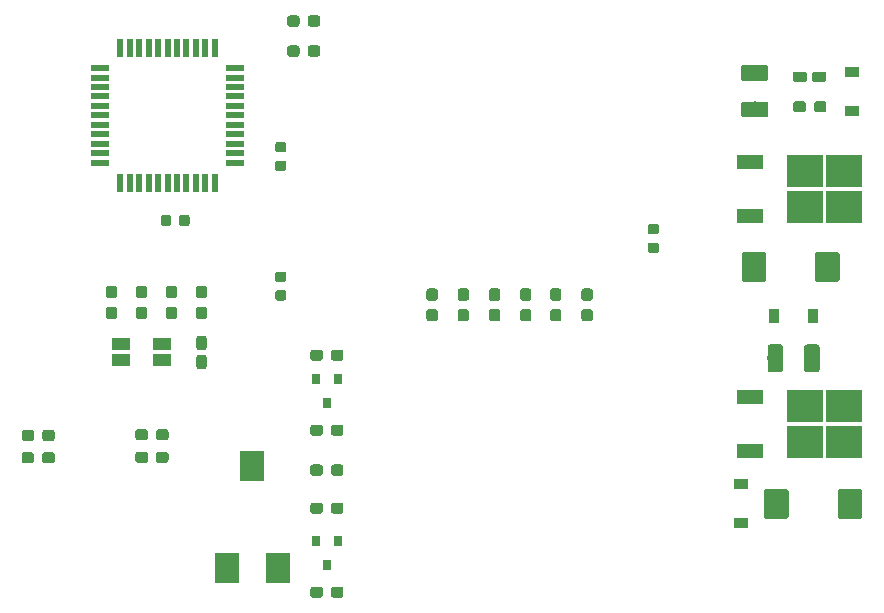
<source format=gbr>
G04 #@! TF.GenerationSoftware,KiCad,Pcbnew,(5.1.2)-1*
G04 #@! TF.CreationDate,2019-06-29T15:08:14-05:00*
G04 #@! TF.ProjectId,TPDSI_1,54504453-495f-4312-9e6b-696361645f70,1.3*
G04 #@! TF.SameCoordinates,Original*
G04 #@! TF.FileFunction,Paste,Top*
G04 #@! TF.FilePolarity,Positive*
%FSLAX46Y46*%
G04 Gerber Fmt 4.6, Leading zero omitted, Abs format (unit mm)*
G04 Created by KiCad (PCBNEW (5.1.2)-1) date 2019-06-29 15:08:14*
%MOMM*%
%LPD*%
G04 APERTURE LIST*
%ADD10R,0.550000X1.500000*%
%ADD11R,1.500000X0.550000*%
%ADD12C,0.100000*%
%ADD13C,1.325000*%
%ADD14R,2.000000X2.500000*%
%ADD15C,2.075000*%
%ADD16C,0.875000*%
%ADD17R,1.200000X0.900000*%
%ADD18C,0.850000*%
%ADD19R,0.900000X1.200000*%
%ADD20R,1.500000X1.000000*%
%ADD21R,0.800000X0.900000*%
%ADD22C,0.950000*%
%ADD23R,2.200000X1.200000*%
%ADD24R,3.050000X2.750000*%
G04 APERTURE END LIST*
D10*
X135022000Y-72916000D03*
X134222000Y-72916000D03*
X133422000Y-72916000D03*
X132622000Y-72916000D03*
X131822000Y-72916000D03*
X131022000Y-72916000D03*
X130222000Y-72916000D03*
X129422000Y-72916000D03*
X128622000Y-72916000D03*
X127822000Y-72916000D03*
X127022000Y-72916000D03*
D11*
X125322000Y-74616000D03*
X125322000Y-75416000D03*
X125322000Y-76216000D03*
X125322000Y-77016000D03*
X125322000Y-77816000D03*
X125322000Y-78616000D03*
X125322000Y-79416000D03*
X125322000Y-80216000D03*
X125322000Y-81016000D03*
X125322000Y-81816000D03*
X125322000Y-82616000D03*
D10*
X127022000Y-84316000D03*
X127822000Y-84316000D03*
X128622000Y-84316000D03*
X129422000Y-84316000D03*
X130222000Y-84316000D03*
X131022000Y-84316000D03*
X131822000Y-84316000D03*
X132622000Y-84316000D03*
X133422000Y-84316000D03*
X134222000Y-84316000D03*
X135022000Y-84316000D03*
D11*
X136722000Y-82616000D03*
X136722000Y-81816000D03*
X136722000Y-81016000D03*
X136722000Y-80216000D03*
X136722000Y-79416000D03*
X136722000Y-78616000D03*
X136722000Y-77816000D03*
X136722000Y-77016000D03*
X136722000Y-76216000D03*
X136722000Y-75416000D03*
X136722000Y-74616000D03*
D12*
G36*
X181670505Y-74368704D02*
G01*
X181694773Y-74372304D01*
X181718572Y-74378265D01*
X181741671Y-74386530D01*
X181763850Y-74397020D01*
X181784893Y-74409632D01*
X181804599Y-74424247D01*
X181822777Y-74440723D01*
X181839253Y-74458901D01*
X181853868Y-74478607D01*
X181866480Y-74499650D01*
X181876970Y-74521829D01*
X181885235Y-74544928D01*
X181891196Y-74568727D01*
X181894796Y-74592995D01*
X181896000Y-74617499D01*
X181896000Y-75442501D01*
X181894796Y-75467005D01*
X181891196Y-75491273D01*
X181885235Y-75515072D01*
X181876970Y-75538171D01*
X181866480Y-75560350D01*
X181853868Y-75581393D01*
X181839253Y-75601099D01*
X181822777Y-75619277D01*
X181804599Y-75635753D01*
X181784893Y-75650368D01*
X181763850Y-75662980D01*
X181741671Y-75673470D01*
X181718572Y-75681735D01*
X181694773Y-75687696D01*
X181670505Y-75691296D01*
X181646001Y-75692500D01*
X179795999Y-75692500D01*
X179771495Y-75691296D01*
X179747227Y-75687696D01*
X179723428Y-75681735D01*
X179700329Y-75673470D01*
X179678150Y-75662980D01*
X179657107Y-75650368D01*
X179637401Y-75635753D01*
X179619223Y-75619277D01*
X179602747Y-75601099D01*
X179588132Y-75581393D01*
X179575520Y-75560350D01*
X179565030Y-75538171D01*
X179556765Y-75515072D01*
X179550804Y-75491273D01*
X179547204Y-75467005D01*
X179546000Y-75442501D01*
X179546000Y-74617499D01*
X179547204Y-74592995D01*
X179550804Y-74568727D01*
X179556765Y-74544928D01*
X179565030Y-74521829D01*
X179575520Y-74499650D01*
X179588132Y-74478607D01*
X179602747Y-74458901D01*
X179619223Y-74440723D01*
X179637401Y-74424247D01*
X179657107Y-74409632D01*
X179678150Y-74397020D01*
X179700329Y-74386530D01*
X179723428Y-74378265D01*
X179747227Y-74372304D01*
X179771495Y-74368704D01*
X179795999Y-74367500D01*
X181646001Y-74367500D01*
X181670505Y-74368704D01*
X181670505Y-74368704D01*
G37*
D13*
X180721000Y-75030000D03*
D12*
G36*
X181670505Y-77443704D02*
G01*
X181694773Y-77447304D01*
X181718572Y-77453265D01*
X181741671Y-77461530D01*
X181763850Y-77472020D01*
X181784893Y-77484632D01*
X181804599Y-77499247D01*
X181822777Y-77515723D01*
X181839253Y-77533901D01*
X181853868Y-77553607D01*
X181866480Y-77574650D01*
X181876970Y-77596829D01*
X181885235Y-77619928D01*
X181891196Y-77643727D01*
X181894796Y-77667995D01*
X181896000Y-77692499D01*
X181896000Y-78517501D01*
X181894796Y-78542005D01*
X181891196Y-78566273D01*
X181885235Y-78590072D01*
X181876970Y-78613171D01*
X181866480Y-78635350D01*
X181853868Y-78656393D01*
X181839253Y-78676099D01*
X181822777Y-78694277D01*
X181804599Y-78710753D01*
X181784893Y-78725368D01*
X181763850Y-78737980D01*
X181741671Y-78748470D01*
X181718572Y-78756735D01*
X181694773Y-78762696D01*
X181670505Y-78766296D01*
X181646001Y-78767500D01*
X179795999Y-78767500D01*
X179771495Y-78766296D01*
X179747227Y-78762696D01*
X179723428Y-78756735D01*
X179700329Y-78748470D01*
X179678150Y-78737980D01*
X179657107Y-78725368D01*
X179637401Y-78710753D01*
X179619223Y-78694277D01*
X179602747Y-78676099D01*
X179588132Y-78656393D01*
X179575520Y-78635350D01*
X179565030Y-78613171D01*
X179556765Y-78590072D01*
X179550804Y-78566273D01*
X179547204Y-78542005D01*
X179546000Y-78517501D01*
X179546000Y-77692499D01*
X179547204Y-77667995D01*
X179550804Y-77643727D01*
X179556765Y-77619928D01*
X179565030Y-77596829D01*
X179575520Y-77574650D01*
X179588132Y-77553607D01*
X179602747Y-77533901D01*
X179619223Y-77515723D01*
X179637401Y-77499247D01*
X179657107Y-77484632D01*
X179678150Y-77472020D01*
X179700329Y-77461530D01*
X179723428Y-77453265D01*
X179747227Y-77447304D01*
X179771495Y-77443704D01*
X179795999Y-77442500D01*
X181646001Y-77442500D01*
X181670505Y-77443704D01*
X181670505Y-77443704D01*
G37*
D13*
X180721000Y-78105000D03*
D14*
X140343000Y-116973000D03*
X138193000Y-108323000D03*
X136043000Y-116973000D03*
D12*
G36*
X187693504Y-90166204D02*
G01*
X187717773Y-90169804D01*
X187741571Y-90175765D01*
X187764671Y-90184030D01*
X187786849Y-90194520D01*
X187807893Y-90207133D01*
X187827598Y-90221747D01*
X187845777Y-90238223D01*
X187862253Y-90256402D01*
X187876867Y-90276107D01*
X187889480Y-90297151D01*
X187899970Y-90319329D01*
X187908235Y-90342429D01*
X187914196Y-90366227D01*
X187917796Y-90390496D01*
X187919000Y-90415000D01*
X187919000Y-92465000D01*
X187917796Y-92489504D01*
X187914196Y-92513773D01*
X187908235Y-92537571D01*
X187899970Y-92560671D01*
X187889480Y-92582849D01*
X187876867Y-92603893D01*
X187862253Y-92623598D01*
X187845777Y-92641777D01*
X187827598Y-92658253D01*
X187807893Y-92672867D01*
X187786849Y-92685480D01*
X187764671Y-92695970D01*
X187741571Y-92704235D01*
X187717773Y-92710196D01*
X187693504Y-92713796D01*
X187669000Y-92715000D01*
X186094000Y-92715000D01*
X186069496Y-92713796D01*
X186045227Y-92710196D01*
X186021429Y-92704235D01*
X185998329Y-92695970D01*
X185976151Y-92685480D01*
X185955107Y-92672867D01*
X185935402Y-92658253D01*
X185917223Y-92641777D01*
X185900747Y-92623598D01*
X185886133Y-92603893D01*
X185873520Y-92582849D01*
X185863030Y-92560671D01*
X185854765Y-92537571D01*
X185848804Y-92513773D01*
X185845204Y-92489504D01*
X185844000Y-92465000D01*
X185844000Y-90415000D01*
X185845204Y-90390496D01*
X185848804Y-90366227D01*
X185854765Y-90342429D01*
X185863030Y-90319329D01*
X185873520Y-90297151D01*
X185886133Y-90276107D01*
X185900747Y-90256402D01*
X185917223Y-90238223D01*
X185935402Y-90221747D01*
X185955107Y-90207133D01*
X185976151Y-90194520D01*
X185998329Y-90184030D01*
X186021429Y-90175765D01*
X186045227Y-90169804D01*
X186069496Y-90166204D01*
X186094000Y-90165000D01*
X187669000Y-90165000D01*
X187693504Y-90166204D01*
X187693504Y-90166204D01*
G37*
D15*
X186881500Y-91440000D03*
D12*
G36*
X181468504Y-90166204D02*
G01*
X181492773Y-90169804D01*
X181516571Y-90175765D01*
X181539671Y-90184030D01*
X181561849Y-90194520D01*
X181582893Y-90207133D01*
X181602598Y-90221747D01*
X181620777Y-90238223D01*
X181637253Y-90256402D01*
X181651867Y-90276107D01*
X181664480Y-90297151D01*
X181674970Y-90319329D01*
X181683235Y-90342429D01*
X181689196Y-90366227D01*
X181692796Y-90390496D01*
X181694000Y-90415000D01*
X181694000Y-92465000D01*
X181692796Y-92489504D01*
X181689196Y-92513773D01*
X181683235Y-92537571D01*
X181674970Y-92560671D01*
X181664480Y-92582849D01*
X181651867Y-92603893D01*
X181637253Y-92623598D01*
X181620777Y-92641777D01*
X181602598Y-92658253D01*
X181582893Y-92672867D01*
X181561849Y-92685480D01*
X181539671Y-92695970D01*
X181516571Y-92704235D01*
X181492773Y-92710196D01*
X181468504Y-92713796D01*
X181444000Y-92715000D01*
X179869000Y-92715000D01*
X179844496Y-92713796D01*
X179820227Y-92710196D01*
X179796429Y-92704235D01*
X179773329Y-92695970D01*
X179751151Y-92685480D01*
X179730107Y-92672867D01*
X179710402Y-92658253D01*
X179692223Y-92641777D01*
X179675747Y-92623598D01*
X179661133Y-92603893D01*
X179648520Y-92582849D01*
X179638030Y-92560671D01*
X179629765Y-92537571D01*
X179623804Y-92513773D01*
X179620204Y-92489504D01*
X179619000Y-92465000D01*
X179619000Y-90415000D01*
X179620204Y-90390496D01*
X179623804Y-90366227D01*
X179629765Y-90342429D01*
X179638030Y-90319329D01*
X179648520Y-90297151D01*
X179661133Y-90276107D01*
X179675747Y-90256402D01*
X179692223Y-90238223D01*
X179710402Y-90221747D01*
X179730107Y-90207133D01*
X179751151Y-90194520D01*
X179773329Y-90184030D01*
X179796429Y-90175765D01*
X179820227Y-90169804D01*
X179844496Y-90166204D01*
X179869000Y-90165000D01*
X181444000Y-90165000D01*
X181468504Y-90166204D01*
X181468504Y-90166204D01*
G37*
D15*
X180656500Y-91440000D03*
D12*
G36*
X182922505Y-98013204D02*
G01*
X182946773Y-98016804D01*
X182970572Y-98022765D01*
X182993671Y-98031030D01*
X183015850Y-98041520D01*
X183036893Y-98054132D01*
X183056599Y-98068747D01*
X183074777Y-98085223D01*
X183091253Y-98103401D01*
X183105868Y-98123107D01*
X183118480Y-98144150D01*
X183128970Y-98166329D01*
X183137235Y-98189428D01*
X183143196Y-98213227D01*
X183146796Y-98237495D01*
X183148000Y-98261999D01*
X183148000Y-100112001D01*
X183146796Y-100136505D01*
X183143196Y-100160773D01*
X183137235Y-100184572D01*
X183128970Y-100207671D01*
X183118480Y-100229850D01*
X183105868Y-100250893D01*
X183091253Y-100270599D01*
X183074777Y-100288777D01*
X183056599Y-100305253D01*
X183036893Y-100319868D01*
X183015850Y-100332480D01*
X182993671Y-100342970D01*
X182970572Y-100351235D01*
X182946773Y-100357196D01*
X182922505Y-100360796D01*
X182898001Y-100362000D01*
X182072999Y-100362000D01*
X182048495Y-100360796D01*
X182024227Y-100357196D01*
X182000428Y-100351235D01*
X181977329Y-100342970D01*
X181955150Y-100332480D01*
X181934107Y-100319868D01*
X181914401Y-100305253D01*
X181896223Y-100288777D01*
X181879747Y-100270599D01*
X181865132Y-100250893D01*
X181852520Y-100229850D01*
X181842030Y-100207671D01*
X181833765Y-100184572D01*
X181827804Y-100160773D01*
X181824204Y-100136505D01*
X181823000Y-100112001D01*
X181823000Y-98261999D01*
X181824204Y-98237495D01*
X181827804Y-98213227D01*
X181833765Y-98189428D01*
X181842030Y-98166329D01*
X181852520Y-98144150D01*
X181865132Y-98123107D01*
X181879747Y-98103401D01*
X181896223Y-98085223D01*
X181914401Y-98068747D01*
X181934107Y-98054132D01*
X181955150Y-98041520D01*
X181977329Y-98031030D01*
X182000428Y-98022765D01*
X182024227Y-98016804D01*
X182048495Y-98013204D01*
X182072999Y-98012000D01*
X182898001Y-98012000D01*
X182922505Y-98013204D01*
X182922505Y-98013204D01*
G37*
D13*
X182485500Y-99187000D03*
D12*
G36*
X185997505Y-98013204D02*
G01*
X186021773Y-98016804D01*
X186045572Y-98022765D01*
X186068671Y-98031030D01*
X186090850Y-98041520D01*
X186111893Y-98054132D01*
X186131599Y-98068747D01*
X186149777Y-98085223D01*
X186166253Y-98103401D01*
X186180868Y-98123107D01*
X186193480Y-98144150D01*
X186203970Y-98166329D01*
X186212235Y-98189428D01*
X186218196Y-98213227D01*
X186221796Y-98237495D01*
X186223000Y-98261999D01*
X186223000Y-100112001D01*
X186221796Y-100136505D01*
X186218196Y-100160773D01*
X186212235Y-100184572D01*
X186203970Y-100207671D01*
X186193480Y-100229850D01*
X186180868Y-100250893D01*
X186166253Y-100270599D01*
X186149777Y-100288777D01*
X186131599Y-100305253D01*
X186111893Y-100319868D01*
X186090850Y-100332480D01*
X186068671Y-100342970D01*
X186045572Y-100351235D01*
X186021773Y-100357196D01*
X185997505Y-100360796D01*
X185973001Y-100362000D01*
X185147999Y-100362000D01*
X185123495Y-100360796D01*
X185099227Y-100357196D01*
X185075428Y-100351235D01*
X185052329Y-100342970D01*
X185030150Y-100332480D01*
X185009107Y-100319868D01*
X184989401Y-100305253D01*
X184971223Y-100288777D01*
X184954747Y-100270599D01*
X184940132Y-100250893D01*
X184927520Y-100229850D01*
X184917030Y-100207671D01*
X184908765Y-100184572D01*
X184902804Y-100160773D01*
X184899204Y-100136505D01*
X184898000Y-100112001D01*
X184898000Y-98261999D01*
X184899204Y-98237495D01*
X184902804Y-98213227D01*
X184908765Y-98189428D01*
X184917030Y-98166329D01*
X184927520Y-98144150D01*
X184940132Y-98123107D01*
X184954747Y-98103401D01*
X184971223Y-98085223D01*
X184989401Y-98068747D01*
X185009107Y-98054132D01*
X185030150Y-98041520D01*
X185052329Y-98031030D01*
X185075428Y-98022765D01*
X185099227Y-98016804D01*
X185123495Y-98013204D01*
X185147999Y-98012000D01*
X185973001Y-98012000D01*
X185997505Y-98013204D01*
X185997505Y-98013204D01*
G37*
D13*
X185560500Y-99187000D03*
D12*
G36*
X183373504Y-110232204D02*
G01*
X183397773Y-110235804D01*
X183421571Y-110241765D01*
X183444671Y-110250030D01*
X183466849Y-110260520D01*
X183487893Y-110273133D01*
X183507598Y-110287747D01*
X183525777Y-110304223D01*
X183542253Y-110322402D01*
X183556867Y-110342107D01*
X183569480Y-110363151D01*
X183579970Y-110385329D01*
X183588235Y-110408429D01*
X183594196Y-110432227D01*
X183597796Y-110456496D01*
X183599000Y-110481000D01*
X183599000Y-112531000D01*
X183597796Y-112555504D01*
X183594196Y-112579773D01*
X183588235Y-112603571D01*
X183579970Y-112626671D01*
X183569480Y-112648849D01*
X183556867Y-112669893D01*
X183542253Y-112689598D01*
X183525777Y-112707777D01*
X183507598Y-112724253D01*
X183487893Y-112738867D01*
X183466849Y-112751480D01*
X183444671Y-112761970D01*
X183421571Y-112770235D01*
X183397773Y-112776196D01*
X183373504Y-112779796D01*
X183349000Y-112781000D01*
X181774000Y-112781000D01*
X181749496Y-112779796D01*
X181725227Y-112776196D01*
X181701429Y-112770235D01*
X181678329Y-112761970D01*
X181656151Y-112751480D01*
X181635107Y-112738867D01*
X181615402Y-112724253D01*
X181597223Y-112707777D01*
X181580747Y-112689598D01*
X181566133Y-112669893D01*
X181553520Y-112648849D01*
X181543030Y-112626671D01*
X181534765Y-112603571D01*
X181528804Y-112579773D01*
X181525204Y-112555504D01*
X181524000Y-112531000D01*
X181524000Y-110481000D01*
X181525204Y-110456496D01*
X181528804Y-110432227D01*
X181534765Y-110408429D01*
X181543030Y-110385329D01*
X181553520Y-110363151D01*
X181566133Y-110342107D01*
X181580747Y-110322402D01*
X181597223Y-110304223D01*
X181615402Y-110287747D01*
X181635107Y-110273133D01*
X181656151Y-110260520D01*
X181678329Y-110250030D01*
X181701429Y-110241765D01*
X181725227Y-110235804D01*
X181749496Y-110232204D01*
X181774000Y-110231000D01*
X183349000Y-110231000D01*
X183373504Y-110232204D01*
X183373504Y-110232204D01*
G37*
D15*
X182561500Y-111506000D03*
D12*
G36*
X189598504Y-110232204D02*
G01*
X189622773Y-110235804D01*
X189646571Y-110241765D01*
X189669671Y-110250030D01*
X189691849Y-110260520D01*
X189712893Y-110273133D01*
X189732598Y-110287747D01*
X189750777Y-110304223D01*
X189767253Y-110322402D01*
X189781867Y-110342107D01*
X189794480Y-110363151D01*
X189804970Y-110385329D01*
X189813235Y-110408429D01*
X189819196Y-110432227D01*
X189822796Y-110456496D01*
X189824000Y-110481000D01*
X189824000Y-112531000D01*
X189822796Y-112555504D01*
X189819196Y-112579773D01*
X189813235Y-112603571D01*
X189804970Y-112626671D01*
X189794480Y-112648849D01*
X189781867Y-112669893D01*
X189767253Y-112689598D01*
X189750777Y-112707777D01*
X189732598Y-112724253D01*
X189712893Y-112738867D01*
X189691849Y-112751480D01*
X189669671Y-112761970D01*
X189646571Y-112770235D01*
X189622773Y-112776196D01*
X189598504Y-112779796D01*
X189574000Y-112781000D01*
X187999000Y-112781000D01*
X187974496Y-112779796D01*
X187950227Y-112776196D01*
X187926429Y-112770235D01*
X187903329Y-112761970D01*
X187881151Y-112751480D01*
X187860107Y-112738867D01*
X187840402Y-112724253D01*
X187822223Y-112707777D01*
X187805747Y-112689598D01*
X187791133Y-112669893D01*
X187778520Y-112648849D01*
X187768030Y-112626671D01*
X187759765Y-112603571D01*
X187753804Y-112579773D01*
X187750204Y-112555504D01*
X187749000Y-112531000D01*
X187749000Y-110481000D01*
X187750204Y-110456496D01*
X187753804Y-110432227D01*
X187759765Y-110408429D01*
X187768030Y-110385329D01*
X187778520Y-110363151D01*
X187791133Y-110342107D01*
X187805747Y-110322402D01*
X187822223Y-110304223D01*
X187840402Y-110287747D01*
X187860107Y-110273133D01*
X187881151Y-110260520D01*
X187903329Y-110250030D01*
X187926429Y-110241765D01*
X187950227Y-110235804D01*
X187974496Y-110232204D01*
X187999000Y-110231000D01*
X189574000Y-110231000D01*
X189598504Y-110232204D01*
X189598504Y-110232204D01*
G37*
D15*
X188786500Y-111506000D03*
D12*
G36*
X140892091Y-82443853D02*
G01*
X140913326Y-82447003D01*
X140934150Y-82452219D01*
X140954362Y-82459451D01*
X140973768Y-82468630D01*
X140992181Y-82479666D01*
X141009424Y-82492454D01*
X141025330Y-82506870D01*
X141039746Y-82522776D01*
X141052534Y-82540019D01*
X141063570Y-82558432D01*
X141072749Y-82577838D01*
X141079981Y-82598050D01*
X141085197Y-82618874D01*
X141088347Y-82640109D01*
X141089400Y-82661550D01*
X141089400Y-83099050D01*
X141088347Y-83120491D01*
X141085197Y-83141726D01*
X141079981Y-83162550D01*
X141072749Y-83182762D01*
X141063570Y-83202168D01*
X141052534Y-83220581D01*
X141039746Y-83237824D01*
X141025330Y-83253730D01*
X141009424Y-83268146D01*
X140992181Y-83280934D01*
X140973768Y-83291970D01*
X140954362Y-83301149D01*
X140934150Y-83308381D01*
X140913326Y-83313597D01*
X140892091Y-83316747D01*
X140870650Y-83317800D01*
X140358150Y-83317800D01*
X140336709Y-83316747D01*
X140315474Y-83313597D01*
X140294650Y-83308381D01*
X140274438Y-83301149D01*
X140255032Y-83291970D01*
X140236619Y-83280934D01*
X140219376Y-83268146D01*
X140203470Y-83253730D01*
X140189054Y-83237824D01*
X140176266Y-83220581D01*
X140165230Y-83202168D01*
X140156051Y-83182762D01*
X140148819Y-83162550D01*
X140143603Y-83141726D01*
X140140453Y-83120491D01*
X140139400Y-83099050D01*
X140139400Y-82661550D01*
X140140453Y-82640109D01*
X140143603Y-82618874D01*
X140148819Y-82598050D01*
X140156051Y-82577838D01*
X140165230Y-82558432D01*
X140176266Y-82540019D01*
X140189054Y-82522776D01*
X140203470Y-82506870D01*
X140219376Y-82492454D01*
X140236619Y-82479666D01*
X140255032Y-82468630D01*
X140274438Y-82459451D01*
X140294650Y-82452219D01*
X140315474Y-82447003D01*
X140336709Y-82443853D01*
X140358150Y-82442800D01*
X140870650Y-82442800D01*
X140892091Y-82443853D01*
X140892091Y-82443853D01*
G37*
D16*
X140614400Y-82880300D03*
D12*
G36*
X140892091Y-80868853D02*
G01*
X140913326Y-80872003D01*
X140934150Y-80877219D01*
X140954362Y-80884451D01*
X140973768Y-80893630D01*
X140992181Y-80904666D01*
X141009424Y-80917454D01*
X141025330Y-80931870D01*
X141039746Y-80947776D01*
X141052534Y-80965019D01*
X141063570Y-80983432D01*
X141072749Y-81002838D01*
X141079981Y-81023050D01*
X141085197Y-81043874D01*
X141088347Y-81065109D01*
X141089400Y-81086550D01*
X141089400Y-81524050D01*
X141088347Y-81545491D01*
X141085197Y-81566726D01*
X141079981Y-81587550D01*
X141072749Y-81607762D01*
X141063570Y-81627168D01*
X141052534Y-81645581D01*
X141039746Y-81662824D01*
X141025330Y-81678730D01*
X141009424Y-81693146D01*
X140992181Y-81705934D01*
X140973768Y-81716970D01*
X140954362Y-81726149D01*
X140934150Y-81733381D01*
X140913326Y-81738597D01*
X140892091Y-81741747D01*
X140870650Y-81742800D01*
X140358150Y-81742800D01*
X140336709Y-81741747D01*
X140315474Y-81738597D01*
X140294650Y-81733381D01*
X140274438Y-81726149D01*
X140255032Y-81716970D01*
X140236619Y-81705934D01*
X140219376Y-81693146D01*
X140203470Y-81678730D01*
X140189054Y-81662824D01*
X140176266Y-81645581D01*
X140165230Y-81627168D01*
X140156051Y-81607762D01*
X140148819Y-81587550D01*
X140143603Y-81566726D01*
X140140453Y-81545491D01*
X140139400Y-81524050D01*
X140139400Y-81086550D01*
X140140453Y-81065109D01*
X140143603Y-81043874D01*
X140148819Y-81023050D01*
X140156051Y-81002838D01*
X140165230Y-80983432D01*
X140176266Y-80965019D01*
X140189054Y-80947776D01*
X140203470Y-80931870D01*
X140219376Y-80917454D01*
X140236619Y-80904666D01*
X140255032Y-80893630D01*
X140274438Y-80884451D01*
X140294650Y-80877219D01*
X140315474Y-80872003D01*
X140336709Y-80868853D01*
X140358150Y-80867800D01*
X140870650Y-80867800D01*
X140892091Y-80868853D01*
X140892091Y-80868853D01*
G37*
D16*
X140614400Y-81305300D03*
D12*
G36*
X140892091Y-91841653D02*
G01*
X140913326Y-91844803D01*
X140934150Y-91850019D01*
X140954362Y-91857251D01*
X140973768Y-91866430D01*
X140992181Y-91877466D01*
X141009424Y-91890254D01*
X141025330Y-91904670D01*
X141039746Y-91920576D01*
X141052534Y-91937819D01*
X141063570Y-91956232D01*
X141072749Y-91975638D01*
X141079981Y-91995850D01*
X141085197Y-92016674D01*
X141088347Y-92037909D01*
X141089400Y-92059350D01*
X141089400Y-92496850D01*
X141088347Y-92518291D01*
X141085197Y-92539526D01*
X141079981Y-92560350D01*
X141072749Y-92580562D01*
X141063570Y-92599968D01*
X141052534Y-92618381D01*
X141039746Y-92635624D01*
X141025330Y-92651530D01*
X141009424Y-92665946D01*
X140992181Y-92678734D01*
X140973768Y-92689770D01*
X140954362Y-92698949D01*
X140934150Y-92706181D01*
X140913326Y-92711397D01*
X140892091Y-92714547D01*
X140870650Y-92715600D01*
X140358150Y-92715600D01*
X140336709Y-92714547D01*
X140315474Y-92711397D01*
X140294650Y-92706181D01*
X140274438Y-92698949D01*
X140255032Y-92689770D01*
X140236619Y-92678734D01*
X140219376Y-92665946D01*
X140203470Y-92651530D01*
X140189054Y-92635624D01*
X140176266Y-92618381D01*
X140165230Y-92599968D01*
X140156051Y-92580562D01*
X140148819Y-92560350D01*
X140143603Y-92539526D01*
X140140453Y-92518291D01*
X140139400Y-92496850D01*
X140139400Y-92059350D01*
X140140453Y-92037909D01*
X140143603Y-92016674D01*
X140148819Y-91995850D01*
X140156051Y-91975638D01*
X140165230Y-91956232D01*
X140176266Y-91937819D01*
X140189054Y-91920576D01*
X140203470Y-91904670D01*
X140219376Y-91890254D01*
X140236619Y-91877466D01*
X140255032Y-91866430D01*
X140274438Y-91857251D01*
X140294650Y-91850019D01*
X140315474Y-91844803D01*
X140336709Y-91841653D01*
X140358150Y-91840600D01*
X140870650Y-91840600D01*
X140892091Y-91841653D01*
X140892091Y-91841653D01*
G37*
D16*
X140614400Y-92278100D03*
D12*
G36*
X140892091Y-93416653D02*
G01*
X140913326Y-93419803D01*
X140934150Y-93425019D01*
X140954362Y-93432251D01*
X140973768Y-93441430D01*
X140992181Y-93452466D01*
X141009424Y-93465254D01*
X141025330Y-93479670D01*
X141039746Y-93495576D01*
X141052534Y-93512819D01*
X141063570Y-93531232D01*
X141072749Y-93550638D01*
X141079981Y-93570850D01*
X141085197Y-93591674D01*
X141088347Y-93612909D01*
X141089400Y-93634350D01*
X141089400Y-94071850D01*
X141088347Y-94093291D01*
X141085197Y-94114526D01*
X141079981Y-94135350D01*
X141072749Y-94155562D01*
X141063570Y-94174968D01*
X141052534Y-94193381D01*
X141039746Y-94210624D01*
X141025330Y-94226530D01*
X141009424Y-94240946D01*
X140992181Y-94253734D01*
X140973768Y-94264770D01*
X140954362Y-94273949D01*
X140934150Y-94281181D01*
X140913326Y-94286397D01*
X140892091Y-94289547D01*
X140870650Y-94290600D01*
X140358150Y-94290600D01*
X140336709Y-94289547D01*
X140315474Y-94286397D01*
X140294650Y-94281181D01*
X140274438Y-94273949D01*
X140255032Y-94264770D01*
X140236619Y-94253734D01*
X140219376Y-94240946D01*
X140203470Y-94226530D01*
X140189054Y-94210624D01*
X140176266Y-94193381D01*
X140165230Y-94174968D01*
X140156051Y-94155562D01*
X140148819Y-94135350D01*
X140143603Y-94114526D01*
X140140453Y-94093291D01*
X140139400Y-94071850D01*
X140139400Y-93634350D01*
X140140453Y-93612909D01*
X140143603Y-93591674D01*
X140148819Y-93570850D01*
X140156051Y-93550638D01*
X140165230Y-93531232D01*
X140176266Y-93512819D01*
X140189054Y-93495576D01*
X140203470Y-93479670D01*
X140219376Y-93465254D01*
X140236619Y-93452466D01*
X140255032Y-93441430D01*
X140274438Y-93432251D01*
X140294650Y-93425019D01*
X140315474Y-93419803D01*
X140336709Y-93416653D01*
X140358150Y-93415600D01*
X140870650Y-93415600D01*
X140892091Y-93416653D01*
X140892091Y-93416653D01*
G37*
D16*
X140614400Y-93853100D03*
D12*
G36*
X131109691Y-87032053D02*
G01*
X131130926Y-87035203D01*
X131151750Y-87040419D01*
X131171962Y-87047651D01*
X131191368Y-87056830D01*
X131209781Y-87067866D01*
X131227024Y-87080654D01*
X131242930Y-87095070D01*
X131257346Y-87110976D01*
X131270134Y-87128219D01*
X131281170Y-87146632D01*
X131290349Y-87166038D01*
X131297581Y-87186250D01*
X131302797Y-87207074D01*
X131305947Y-87228309D01*
X131307000Y-87249750D01*
X131307000Y-87762250D01*
X131305947Y-87783691D01*
X131302797Y-87804926D01*
X131297581Y-87825750D01*
X131290349Y-87845962D01*
X131281170Y-87865368D01*
X131270134Y-87883781D01*
X131257346Y-87901024D01*
X131242930Y-87916930D01*
X131227024Y-87931346D01*
X131209781Y-87944134D01*
X131191368Y-87955170D01*
X131171962Y-87964349D01*
X131151750Y-87971581D01*
X131130926Y-87976797D01*
X131109691Y-87979947D01*
X131088250Y-87981000D01*
X130650750Y-87981000D01*
X130629309Y-87979947D01*
X130608074Y-87976797D01*
X130587250Y-87971581D01*
X130567038Y-87964349D01*
X130547632Y-87955170D01*
X130529219Y-87944134D01*
X130511976Y-87931346D01*
X130496070Y-87916930D01*
X130481654Y-87901024D01*
X130468866Y-87883781D01*
X130457830Y-87865368D01*
X130448651Y-87845962D01*
X130441419Y-87825750D01*
X130436203Y-87804926D01*
X130433053Y-87783691D01*
X130432000Y-87762250D01*
X130432000Y-87249750D01*
X130433053Y-87228309D01*
X130436203Y-87207074D01*
X130441419Y-87186250D01*
X130448651Y-87166038D01*
X130457830Y-87146632D01*
X130468866Y-87128219D01*
X130481654Y-87110976D01*
X130496070Y-87095070D01*
X130511976Y-87080654D01*
X130529219Y-87067866D01*
X130547632Y-87056830D01*
X130567038Y-87047651D01*
X130587250Y-87040419D01*
X130608074Y-87035203D01*
X130629309Y-87032053D01*
X130650750Y-87031000D01*
X131088250Y-87031000D01*
X131109691Y-87032053D01*
X131109691Y-87032053D01*
G37*
D16*
X130869500Y-87506000D03*
D12*
G36*
X132684691Y-87032053D02*
G01*
X132705926Y-87035203D01*
X132726750Y-87040419D01*
X132746962Y-87047651D01*
X132766368Y-87056830D01*
X132784781Y-87067866D01*
X132802024Y-87080654D01*
X132817930Y-87095070D01*
X132832346Y-87110976D01*
X132845134Y-87128219D01*
X132856170Y-87146632D01*
X132865349Y-87166038D01*
X132872581Y-87186250D01*
X132877797Y-87207074D01*
X132880947Y-87228309D01*
X132882000Y-87249750D01*
X132882000Y-87762250D01*
X132880947Y-87783691D01*
X132877797Y-87804926D01*
X132872581Y-87825750D01*
X132865349Y-87845962D01*
X132856170Y-87865368D01*
X132845134Y-87883781D01*
X132832346Y-87901024D01*
X132817930Y-87916930D01*
X132802024Y-87931346D01*
X132784781Y-87944134D01*
X132766368Y-87955170D01*
X132746962Y-87964349D01*
X132726750Y-87971581D01*
X132705926Y-87976797D01*
X132684691Y-87979947D01*
X132663250Y-87981000D01*
X132225750Y-87981000D01*
X132204309Y-87979947D01*
X132183074Y-87976797D01*
X132162250Y-87971581D01*
X132142038Y-87964349D01*
X132122632Y-87955170D01*
X132104219Y-87944134D01*
X132086976Y-87931346D01*
X132071070Y-87916930D01*
X132056654Y-87901024D01*
X132043866Y-87883781D01*
X132032830Y-87865368D01*
X132023651Y-87845962D01*
X132016419Y-87825750D01*
X132011203Y-87804926D01*
X132008053Y-87783691D01*
X132007000Y-87762250D01*
X132007000Y-87249750D01*
X132008053Y-87228309D01*
X132011203Y-87207074D01*
X132016419Y-87186250D01*
X132023651Y-87166038D01*
X132032830Y-87146632D01*
X132043866Y-87128219D01*
X132056654Y-87110976D01*
X132071070Y-87095070D01*
X132086976Y-87080654D01*
X132104219Y-87067866D01*
X132122632Y-87056830D01*
X132142038Y-87047651D01*
X132162250Y-87040419D01*
X132183074Y-87035203D01*
X132204309Y-87032053D01*
X132225750Y-87031000D01*
X132663250Y-87031000D01*
X132684691Y-87032053D01*
X132684691Y-87032053D01*
G37*
D16*
X132444500Y-87506000D03*
D12*
G36*
X172424691Y-89396053D02*
G01*
X172445926Y-89399203D01*
X172466750Y-89404419D01*
X172486962Y-89411651D01*
X172506368Y-89420830D01*
X172524781Y-89431866D01*
X172542024Y-89444654D01*
X172557930Y-89459070D01*
X172572346Y-89474976D01*
X172585134Y-89492219D01*
X172596170Y-89510632D01*
X172605349Y-89530038D01*
X172612581Y-89550250D01*
X172617797Y-89571074D01*
X172620947Y-89592309D01*
X172622000Y-89613750D01*
X172622000Y-90051250D01*
X172620947Y-90072691D01*
X172617797Y-90093926D01*
X172612581Y-90114750D01*
X172605349Y-90134962D01*
X172596170Y-90154368D01*
X172585134Y-90172781D01*
X172572346Y-90190024D01*
X172557930Y-90205930D01*
X172542024Y-90220346D01*
X172524781Y-90233134D01*
X172506368Y-90244170D01*
X172486962Y-90253349D01*
X172466750Y-90260581D01*
X172445926Y-90265797D01*
X172424691Y-90268947D01*
X172403250Y-90270000D01*
X171890750Y-90270000D01*
X171869309Y-90268947D01*
X171848074Y-90265797D01*
X171827250Y-90260581D01*
X171807038Y-90253349D01*
X171787632Y-90244170D01*
X171769219Y-90233134D01*
X171751976Y-90220346D01*
X171736070Y-90205930D01*
X171721654Y-90190024D01*
X171708866Y-90172781D01*
X171697830Y-90154368D01*
X171688651Y-90134962D01*
X171681419Y-90114750D01*
X171676203Y-90093926D01*
X171673053Y-90072691D01*
X171672000Y-90051250D01*
X171672000Y-89613750D01*
X171673053Y-89592309D01*
X171676203Y-89571074D01*
X171681419Y-89550250D01*
X171688651Y-89530038D01*
X171697830Y-89510632D01*
X171708866Y-89492219D01*
X171721654Y-89474976D01*
X171736070Y-89459070D01*
X171751976Y-89444654D01*
X171769219Y-89431866D01*
X171787632Y-89420830D01*
X171807038Y-89411651D01*
X171827250Y-89404419D01*
X171848074Y-89399203D01*
X171869309Y-89396053D01*
X171890750Y-89395000D01*
X172403250Y-89395000D01*
X172424691Y-89396053D01*
X172424691Y-89396053D01*
G37*
D16*
X172147000Y-89832500D03*
D12*
G36*
X172424691Y-87821053D02*
G01*
X172445926Y-87824203D01*
X172466750Y-87829419D01*
X172486962Y-87836651D01*
X172506368Y-87845830D01*
X172524781Y-87856866D01*
X172542024Y-87869654D01*
X172557930Y-87884070D01*
X172572346Y-87899976D01*
X172585134Y-87917219D01*
X172596170Y-87935632D01*
X172605349Y-87955038D01*
X172612581Y-87975250D01*
X172617797Y-87996074D01*
X172620947Y-88017309D01*
X172622000Y-88038750D01*
X172622000Y-88476250D01*
X172620947Y-88497691D01*
X172617797Y-88518926D01*
X172612581Y-88539750D01*
X172605349Y-88559962D01*
X172596170Y-88579368D01*
X172585134Y-88597781D01*
X172572346Y-88615024D01*
X172557930Y-88630930D01*
X172542024Y-88645346D01*
X172524781Y-88658134D01*
X172506368Y-88669170D01*
X172486962Y-88678349D01*
X172466750Y-88685581D01*
X172445926Y-88690797D01*
X172424691Y-88693947D01*
X172403250Y-88695000D01*
X171890750Y-88695000D01*
X171869309Y-88693947D01*
X171848074Y-88690797D01*
X171827250Y-88685581D01*
X171807038Y-88678349D01*
X171787632Y-88669170D01*
X171769219Y-88658134D01*
X171751976Y-88645346D01*
X171736070Y-88630930D01*
X171721654Y-88615024D01*
X171708866Y-88597781D01*
X171697830Y-88579368D01*
X171688651Y-88559962D01*
X171681419Y-88539750D01*
X171676203Y-88518926D01*
X171673053Y-88497691D01*
X171672000Y-88476250D01*
X171672000Y-88038750D01*
X171673053Y-88017309D01*
X171676203Y-87996074D01*
X171681419Y-87975250D01*
X171688651Y-87955038D01*
X171697830Y-87935632D01*
X171708866Y-87917219D01*
X171721654Y-87899976D01*
X171736070Y-87884070D01*
X171751976Y-87869654D01*
X171769219Y-87856866D01*
X171787632Y-87845830D01*
X171807038Y-87836651D01*
X171827250Y-87829419D01*
X171848074Y-87824203D01*
X171869309Y-87821053D01*
X171890750Y-87820000D01*
X172403250Y-87820000D01*
X172424691Y-87821053D01*
X172424691Y-87821053D01*
G37*
D16*
X172147000Y-88257500D03*
D17*
X188933000Y-78265000D03*
X188933000Y-74965000D03*
D12*
G36*
X184986329Y-74921023D02*
G01*
X185006957Y-74924083D01*
X185027185Y-74929150D01*
X185046820Y-74936176D01*
X185065672Y-74945092D01*
X185083559Y-74955813D01*
X185100309Y-74968235D01*
X185115760Y-74982240D01*
X185129765Y-74997691D01*
X185142187Y-75014441D01*
X185152908Y-75032328D01*
X185161824Y-75051180D01*
X185168850Y-75070815D01*
X185173917Y-75091043D01*
X185176977Y-75111671D01*
X185178000Y-75132500D01*
X185178000Y-75557500D01*
X185176977Y-75578329D01*
X185173917Y-75598957D01*
X185168850Y-75619185D01*
X185161824Y-75638820D01*
X185152908Y-75657672D01*
X185142187Y-75675559D01*
X185129765Y-75692309D01*
X185115760Y-75707760D01*
X185100309Y-75721765D01*
X185083559Y-75734187D01*
X185065672Y-75744908D01*
X185046820Y-75753824D01*
X185027185Y-75760850D01*
X185006957Y-75765917D01*
X184986329Y-75768977D01*
X184965500Y-75770000D01*
X184165500Y-75770000D01*
X184144671Y-75768977D01*
X184124043Y-75765917D01*
X184103815Y-75760850D01*
X184084180Y-75753824D01*
X184065328Y-75744908D01*
X184047441Y-75734187D01*
X184030691Y-75721765D01*
X184015240Y-75707760D01*
X184001235Y-75692309D01*
X183988813Y-75675559D01*
X183978092Y-75657672D01*
X183969176Y-75638820D01*
X183962150Y-75619185D01*
X183957083Y-75598957D01*
X183954023Y-75578329D01*
X183953000Y-75557500D01*
X183953000Y-75132500D01*
X183954023Y-75111671D01*
X183957083Y-75091043D01*
X183962150Y-75070815D01*
X183969176Y-75051180D01*
X183978092Y-75032328D01*
X183988813Y-75014441D01*
X184001235Y-74997691D01*
X184015240Y-74982240D01*
X184030691Y-74968235D01*
X184047441Y-74955813D01*
X184065328Y-74945092D01*
X184084180Y-74936176D01*
X184103815Y-74929150D01*
X184124043Y-74924083D01*
X184144671Y-74921023D01*
X184165500Y-74920000D01*
X184965500Y-74920000D01*
X184986329Y-74921023D01*
X184986329Y-74921023D01*
G37*
D18*
X184565500Y-75345000D03*
D12*
G36*
X186611329Y-74921023D02*
G01*
X186631957Y-74924083D01*
X186652185Y-74929150D01*
X186671820Y-74936176D01*
X186690672Y-74945092D01*
X186708559Y-74955813D01*
X186725309Y-74968235D01*
X186740760Y-74982240D01*
X186754765Y-74997691D01*
X186767187Y-75014441D01*
X186777908Y-75032328D01*
X186786824Y-75051180D01*
X186793850Y-75070815D01*
X186798917Y-75091043D01*
X186801977Y-75111671D01*
X186803000Y-75132500D01*
X186803000Y-75557500D01*
X186801977Y-75578329D01*
X186798917Y-75598957D01*
X186793850Y-75619185D01*
X186786824Y-75638820D01*
X186777908Y-75657672D01*
X186767187Y-75675559D01*
X186754765Y-75692309D01*
X186740760Y-75707760D01*
X186725309Y-75721765D01*
X186708559Y-75734187D01*
X186690672Y-75744908D01*
X186671820Y-75753824D01*
X186652185Y-75760850D01*
X186631957Y-75765917D01*
X186611329Y-75768977D01*
X186590500Y-75770000D01*
X185790500Y-75770000D01*
X185769671Y-75768977D01*
X185749043Y-75765917D01*
X185728815Y-75760850D01*
X185709180Y-75753824D01*
X185690328Y-75744908D01*
X185672441Y-75734187D01*
X185655691Y-75721765D01*
X185640240Y-75707760D01*
X185626235Y-75692309D01*
X185613813Y-75675559D01*
X185603092Y-75657672D01*
X185594176Y-75638820D01*
X185587150Y-75619185D01*
X185582083Y-75598957D01*
X185579023Y-75578329D01*
X185578000Y-75557500D01*
X185578000Y-75132500D01*
X185579023Y-75111671D01*
X185582083Y-75091043D01*
X185587150Y-75070815D01*
X185594176Y-75051180D01*
X185603092Y-75032328D01*
X185613813Y-75014441D01*
X185626235Y-74997691D01*
X185640240Y-74982240D01*
X185655691Y-74968235D01*
X185672441Y-74955813D01*
X185690328Y-74945092D01*
X185709180Y-74936176D01*
X185728815Y-74929150D01*
X185749043Y-74924083D01*
X185769671Y-74921023D01*
X185790500Y-74920000D01*
X186590500Y-74920000D01*
X186611329Y-74921023D01*
X186611329Y-74921023D01*
G37*
D18*
X186190500Y-75345000D03*
D19*
X182350500Y-95631000D03*
X185650500Y-95631000D03*
D12*
G36*
X134129329Y-97261523D02*
G01*
X134149957Y-97264583D01*
X134170185Y-97269650D01*
X134189820Y-97276676D01*
X134208672Y-97285592D01*
X134226559Y-97296313D01*
X134243309Y-97308735D01*
X134258760Y-97322740D01*
X134272765Y-97338191D01*
X134285187Y-97354941D01*
X134295908Y-97372828D01*
X134304824Y-97391680D01*
X134311850Y-97411315D01*
X134316917Y-97431543D01*
X134319977Y-97452171D01*
X134321000Y-97473000D01*
X134321000Y-98273000D01*
X134319977Y-98293829D01*
X134316917Y-98314457D01*
X134311850Y-98334685D01*
X134304824Y-98354320D01*
X134295908Y-98373172D01*
X134285187Y-98391059D01*
X134272765Y-98407809D01*
X134258760Y-98423260D01*
X134243309Y-98437265D01*
X134226559Y-98449687D01*
X134208672Y-98460408D01*
X134189820Y-98469324D01*
X134170185Y-98476350D01*
X134149957Y-98481417D01*
X134129329Y-98484477D01*
X134108500Y-98485500D01*
X133683500Y-98485500D01*
X133662671Y-98484477D01*
X133642043Y-98481417D01*
X133621815Y-98476350D01*
X133602180Y-98469324D01*
X133583328Y-98460408D01*
X133565441Y-98449687D01*
X133548691Y-98437265D01*
X133533240Y-98423260D01*
X133519235Y-98407809D01*
X133506813Y-98391059D01*
X133496092Y-98373172D01*
X133487176Y-98354320D01*
X133480150Y-98334685D01*
X133475083Y-98314457D01*
X133472023Y-98293829D01*
X133471000Y-98273000D01*
X133471000Y-97473000D01*
X133472023Y-97452171D01*
X133475083Y-97431543D01*
X133480150Y-97411315D01*
X133487176Y-97391680D01*
X133496092Y-97372828D01*
X133506813Y-97354941D01*
X133519235Y-97338191D01*
X133533240Y-97322740D01*
X133548691Y-97308735D01*
X133565441Y-97296313D01*
X133583328Y-97285592D01*
X133602180Y-97276676D01*
X133621815Y-97269650D01*
X133642043Y-97264583D01*
X133662671Y-97261523D01*
X133683500Y-97260500D01*
X134108500Y-97260500D01*
X134129329Y-97261523D01*
X134129329Y-97261523D01*
G37*
D18*
X133896000Y-97873000D03*
D12*
G36*
X134129329Y-98886523D02*
G01*
X134149957Y-98889583D01*
X134170185Y-98894650D01*
X134189820Y-98901676D01*
X134208672Y-98910592D01*
X134226559Y-98921313D01*
X134243309Y-98933735D01*
X134258760Y-98947740D01*
X134272765Y-98963191D01*
X134285187Y-98979941D01*
X134295908Y-98997828D01*
X134304824Y-99016680D01*
X134311850Y-99036315D01*
X134316917Y-99056543D01*
X134319977Y-99077171D01*
X134321000Y-99098000D01*
X134321000Y-99898000D01*
X134319977Y-99918829D01*
X134316917Y-99939457D01*
X134311850Y-99959685D01*
X134304824Y-99979320D01*
X134295908Y-99998172D01*
X134285187Y-100016059D01*
X134272765Y-100032809D01*
X134258760Y-100048260D01*
X134243309Y-100062265D01*
X134226559Y-100074687D01*
X134208672Y-100085408D01*
X134189820Y-100094324D01*
X134170185Y-100101350D01*
X134149957Y-100106417D01*
X134129329Y-100109477D01*
X134108500Y-100110500D01*
X133683500Y-100110500D01*
X133662671Y-100109477D01*
X133642043Y-100106417D01*
X133621815Y-100101350D01*
X133602180Y-100094324D01*
X133583328Y-100085408D01*
X133565441Y-100074687D01*
X133548691Y-100062265D01*
X133533240Y-100048260D01*
X133519235Y-100032809D01*
X133506813Y-100016059D01*
X133496092Y-99998172D01*
X133487176Y-99979320D01*
X133480150Y-99959685D01*
X133475083Y-99939457D01*
X133472023Y-99918829D01*
X133471000Y-99898000D01*
X133471000Y-99098000D01*
X133472023Y-99077171D01*
X133475083Y-99056543D01*
X133480150Y-99036315D01*
X133487176Y-99016680D01*
X133496092Y-98997828D01*
X133506813Y-98979941D01*
X133519235Y-98963191D01*
X133533240Y-98947740D01*
X133548691Y-98933735D01*
X133565441Y-98921313D01*
X133583328Y-98910592D01*
X133602180Y-98901676D01*
X133621815Y-98894650D01*
X133642043Y-98889583D01*
X133662671Y-98886523D01*
X133683500Y-98885500D01*
X134108500Y-98885500D01*
X134129329Y-98886523D01*
X134129329Y-98886523D01*
G37*
D18*
X133896000Y-99498000D03*
D20*
X127066000Y-97955500D03*
X127066000Y-99355500D03*
X130566000Y-97955500D03*
X130566000Y-99355500D03*
D17*
X179578000Y-113106000D03*
X179578000Y-109806000D03*
D21*
X144513000Y-102968000D03*
X143563000Y-100968000D03*
X145463000Y-100968000D03*
X145463000Y-114684000D03*
X143563000Y-114684000D03*
X144513000Y-116684000D03*
D12*
G36*
X134156779Y-93059144D02*
G01*
X134179834Y-93062563D01*
X134202443Y-93068227D01*
X134224387Y-93076079D01*
X134245457Y-93086044D01*
X134265448Y-93098026D01*
X134284168Y-93111910D01*
X134301438Y-93127562D01*
X134317090Y-93144832D01*
X134330974Y-93163552D01*
X134342956Y-93183543D01*
X134352921Y-93204613D01*
X134360773Y-93226557D01*
X134366437Y-93249166D01*
X134369856Y-93272221D01*
X134371000Y-93295500D01*
X134371000Y-93870500D01*
X134369856Y-93893779D01*
X134366437Y-93916834D01*
X134360773Y-93939443D01*
X134352921Y-93961387D01*
X134342956Y-93982457D01*
X134330974Y-94002448D01*
X134317090Y-94021168D01*
X134301438Y-94038438D01*
X134284168Y-94054090D01*
X134265448Y-94067974D01*
X134245457Y-94079956D01*
X134224387Y-94089921D01*
X134202443Y-94097773D01*
X134179834Y-94103437D01*
X134156779Y-94106856D01*
X134133500Y-94108000D01*
X133658500Y-94108000D01*
X133635221Y-94106856D01*
X133612166Y-94103437D01*
X133589557Y-94097773D01*
X133567613Y-94089921D01*
X133546543Y-94079956D01*
X133526552Y-94067974D01*
X133507832Y-94054090D01*
X133490562Y-94038438D01*
X133474910Y-94021168D01*
X133461026Y-94002448D01*
X133449044Y-93982457D01*
X133439079Y-93961387D01*
X133431227Y-93939443D01*
X133425563Y-93916834D01*
X133422144Y-93893779D01*
X133421000Y-93870500D01*
X133421000Y-93295500D01*
X133422144Y-93272221D01*
X133425563Y-93249166D01*
X133431227Y-93226557D01*
X133439079Y-93204613D01*
X133449044Y-93183543D01*
X133461026Y-93163552D01*
X133474910Y-93144832D01*
X133490562Y-93127562D01*
X133507832Y-93111910D01*
X133526552Y-93098026D01*
X133546543Y-93086044D01*
X133567613Y-93076079D01*
X133589557Y-93068227D01*
X133612166Y-93062563D01*
X133635221Y-93059144D01*
X133658500Y-93058000D01*
X134133500Y-93058000D01*
X134156779Y-93059144D01*
X134156779Y-93059144D01*
G37*
D22*
X133896000Y-93583000D03*
D12*
G36*
X134156779Y-94809144D02*
G01*
X134179834Y-94812563D01*
X134202443Y-94818227D01*
X134224387Y-94826079D01*
X134245457Y-94836044D01*
X134265448Y-94848026D01*
X134284168Y-94861910D01*
X134301438Y-94877562D01*
X134317090Y-94894832D01*
X134330974Y-94913552D01*
X134342956Y-94933543D01*
X134352921Y-94954613D01*
X134360773Y-94976557D01*
X134366437Y-94999166D01*
X134369856Y-95022221D01*
X134371000Y-95045500D01*
X134371000Y-95620500D01*
X134369856Y-95643779D01*
X134366437Y-95666834D01*
X134360773Y-95689443D01*
X134352921Y-95711387D01*
X134342956Y-95732457D01*
X134330974Y-95752448D01*
X134317090Y-95771168D01*
X134301438Y-95788438D01*
X134284168Y-95804090D01*
X134265448Y-95817974D01*
X134245457Y-95829956D01*
X134224387Y-95839921D01*
X134202443Y-95847773D01*
X134179834Y-95853437D01*
X134156779Y-95856856D01*
X134133500Y-95858000D01*
X133658500Y-95858000D01*
X133635221Y-95856856D01*
X133612166Y-95853437D01*
X133589557Y-95847773D01*
X133567613Y-95839921D01*
X133546543Y-95829956D01*
X133526552Y-95817974D01*
X133507832Y-95804090D01*
X133490562Y-95788438D01*
X133474910Y-95771168D01*
X133461026Y-95752448D01*
X133449044Y-95732457D01*
X133439079Y-95711387D01*
X133431227Y-95689443D01*
X133425563Y-95666834D01*
X133422144Y-95643779D01*
X133421000Y-95620500D01*
X133421000Y-95045500D01*
X133422144Y-95022221D01*
X133425563Y-94999166D01*
X133431227Y-94976557D01*
X133439079Y-94954613D01*
X133449044Y-94933543D01*
X133461026Y-94913552D01*
X133474910Y-94894832D01*
X133490562Y-94877562D01*
X133507832Y-94861910D01*
X133526552Y-94848026D01*
X133546543Y-94836044D01*
X133567613Y-94826079D01*
X133589557Y-94818227D01*
X133612166Y-94812563D01*
X133635221Y-94809144D01*
X133658500Y-94808000D01*
X134133500Y-94808000D01*
X134156779Y-94809144D01*
X134156779Y-94809144D01*
G37*
D22*
X133896000Y-95333000D03*
D12*
G36*
X126536779Y-94809144D02*
G01*
X126559834Y-94812563D01*
X126582443Y-94818227D01*
X126604387Y-94826079D01*
X126625457Y-94836044D01*
X126645448Y-94848026D01*
X126664168Y-94861910D01*
X126681438Y-94877562D01*
X126697090Y-94894832D01*
X126710974Y-94913552D01*
X126722956Y-94933543D01*
X126732921Y-94954613D01*
X126740773Y-94976557D01*
X126746437Y-94999166D01*
X126749856Y-95022221D01*
X126751000Y-95045500D01*
X126751000Y-95620500D01*
X126749856Y-95643779D01*
X126746437Y-95666834D01*
X126740773Y-95689443D01*
X126732921Y-95711387D01*
X126722956Y-95732457D01*
X126710974Y-95752448D01*
X126697090Y-95771168D01*
X126681438Y-95788438D01*
X126664168Y-95804090D01*
X126645448Y-95817974D01*
X126625457Y-95829956D01*
X126604387Y-95839921D01*
X126582443Y-95847773D01*
X126559834Y-95853437D01*
X126536779Y-95856856D01*
X126513500Y-95858000D01*
X126038500Y-95858000D01*
X126015221Y-95856856D01*
X125992166Y-95853437D01*
X125969557Y-95847773D01*
X125947613Y-95839921D01*
X125926543Y-95829956D01*
X125906552Y-95817974D01*
X125887832Y-95804090D01*
X125870562Y-95788438D01*
X125854910Y-95771168D01*
X125841026Y-95752448D01*
X125829044Y-95732457D01*
X125819079Y-95711387D01*
X125811227Y-95689443D01*
X125805563Y-95666834D01*
X125802144Y-95643779D01*
X125801000Y-95620500D01*
X125801000Y-95045500D01*
X125802144Y-95022221D01*
X125805563Y-94999166D01*
X125811227Y-94976557D01*
X125819079Y-94954613D01*
X125829044Y-94933543D01*
X125841026Y-94913552D01*
X125854910Y-94894832D01*
X125870562Y-94877562D01*
X125887832Y-94861910D01*
X125906552Y-94848026D01*
X125926543Y-94836044D01*
X125947613Y-94826079D01*
X125969557Y-94818227D01*
X125992166Y-94812563D01*
X126015221Y-94809144D01*
X126038500Y-94808000D01*
X126513500Y-94808000D01*
X126536779Y-94809144D01*
X126536779Y-94809144D01*
G37*
D22*
X126276000Y-95333000D03*
D12*
G36*
X126536779Y-93059144D02*
G01*
X126559834Y-93062563D01*
X126582443Y-93068227D01*
X126604387Y-93076079D01*
X126625457Y-93086044D01*
X126645448Y-93098026D01*
X126664168Y-93111910D01*
X126681438Y-93127562D01*
X126697090Y-93144832D01*
X126710974Y-93163552D01*
X126722956Y-93183543D01*
X126732921Y-93204613D01*
X126740773Y-93226557D01*
X126746437Y-93249166D01*
X126749856Y-93272221D01*
X126751000Y-93295500D01*
X126751000Y-93870500D01*
X126749856Y-93893779D01*
X126746437Y-93916834D01*
X126740773Y-93939443D01*
X126732921Y-93961387D01*
X126722956Y-93982457D01*
X126710974Y-94002448D01*
X126697090Y-94021168D01*
X126681438Y-94038438D01*
X126664168Y-94054090D01*
X126645448Y-94067974D01*
X126625457Y-94079956D01*
X126604387Y-94089921D01*
X126582443Y-94097773D01*
X126559834Y-94103437D01*
X126536779Y-94106856D01*
X126513500Y-94108000D01*
X126038500Y-94108000D01*
X126015221Y-94106856D01*
X125992166Y-94103437D01*
X125969557Y-94097773D01*
X125947613Y-94089921D01*
X125926543Y-94079956D01*
X125906552Y-94067974D01*
X125887832Y-94054090D01*
X125870562Y-94038438D01*
X125854910Y-94021168D01*
X125841026Y-94002448D01*
X125829044Y-93982457D01*
X125819079Y-93961387D01*
X125811227Y-93939443D01*
X125805563Y-93916834D01*
X125802144Y-93893779D01*
X125801000Y-93870500D01*
X125801000Y-93295500D01*
X125802144Y-93272221D01*
X125805563Y-93249166D01*
X125811227Y-93226557D01*
X125819079Y-93204613D01*
X125829044Y-93183543D01*
X125841026Y-93163552D01*
X125854910Y-93144832D01*
X125870562Y-93127562D01*
X125887832Y-93111910D01*
X125906552Y-93098026D01*
X125926543Y-93086044D01*
X125947613Y-93076079D01*
X125969557Y-93068227D01*
X125992166Y-93062563D01*
X126015221Y-93059144D01*
X126038500Y-93058000D01*
X126513500Y-93058000D01*
X126536779Y-93059144D01*
X126536779Y-93059144D01*
G37*
D22*
X126276000Y-93583000D03*
D12*
G36*
X129076779Y-93059144D02*
G01*
X129099834Y-93062563D01*
X129122443Y-93068227D01*
X129144387Y-93076079D01*
X129165457Y-93086044D01*
X129185448Y-93098026D01*
X129204168Y-93111910D01*
X129221438Y-93127562D01*
X129237090Y-93144832D01*
X129250974Y-93163552D01*
X129262956Y-93183543D01*
X129272921Y-93204613D01*
X129280773Y-93226557D01*
X129286437Y-93249166D01*
X129289856Y-93272221D01*
X129291000Y-93295500D01*
X129291000Y-93870500D01*
X129289856Y-93893779D01*
X129286437Y-93916834D01*
X129280773Y-93939443D01*
X129272921Y-93961387D01*
X129262956Y-93982457D01*
X129250974Y-94002448D01*
X129237090Y-94021168D01*
X129221438Y-94038438D01*
X129204168Y-94054090D01*
X129185448Y-94067974D01*
X129165457Y-94079956D01*
X129144387Y-94089921D01*
X129122443Y-94097773D01*
X129099834Y-94103437D01*
X129076779Y-94106856D01*
X129053500Y-94108000D01*
X128578500Y-94108000D01*
X128555221Y-94106856D01*
X128532166Y-94103437D01*
X128509557Y-94097773D01*
X128487613Y-94089921D01*
X128466543Y-94079956D01*
X128446552Y-94067974D01*
X128427832Y-94054090D01*
X128410562Y-94038438D01*
X128394910Y-94021168D01*
X128381026Y-94002448D01*
X128369044Y-93982457D01*
X128359079Y-93961387D01*
X128351227Y-93939443D01*
X128345563Y-93916834D01*
X128342144Y-93893779D01*
X128341000Y-93870500D01*
X128341000Y-93295500D01*
X128342144Y-93272221D01*
X128345563Y-93249166D01*
X128351227Y-93226557D01*
X128359079Y-93204613D01*
X128369044Y-93183543D01*
X128381026Y-93163552D01*
X128394910Y-93144832D01*
X128410562Y-93127562D01*
X128427832Y-93111910D01*
X128446552Y-93098026D01*
X128466543Y-93086044D01*
X128487613Y-93076079D01*
X128509557Y-93068227D01*
X128532166Y-93062563D01*
X128555221Y-93059144D01*
X128578500Y-93058000D01*
X129053500Y-93058000D01*
X129076779Y-93059144D01*
X129076779Y-93059144D01*
G37*
D22*
X128816000Y-93583000D03*
D12*
G36*
X129076779Y-94809144D02*
G01*
X129099834Y-94812563D01*
X129122443Y-94818227D01*
X129144387Y-94826079D01*
X129165457Y-94836044D01*
X129185448Y-94848026D01*
X129204168Y-94861910D01*
X129221438Y-94877562D01*
X129237090Y-94894832D01*
X129250974Y-94913552D01*
X129262956Y-94933543D01*
X129272921Y-94954613D01*
X129280773Y-94976557D01*
X129286437Y-94999166D01*
X129289856Y-95022221D01*
X129291000Y-95045500D01*
X129291000Y-95620500D01*
X129289856Y-95643779D01*
X129286437Y-95666834D01*
X129280773Y-95689443D01*
X129272921Y-95711387D01*
X129262956Y-95732457D01*
X129250974Y-95752448D01*
X129237090Y-95771168D01*
X129221438Y-95788438D01*
X129204168Y-95804090D01*
X129185448Y-95817974D01*
X129165457Y-95829956D01*
X129144387Y-95839921D01*
X129122443Y-95847773D01*
X129099834Y-95853437D01*
X129076779Y-95856856D01*
X129053500Y-95858000D01*
X128578500Y-95858000D01*
X128555221Y-95856856D01*
X128532166Y-95853437D01*
X128509557Y-95847773D01*
X128487613Y-95839921D01*
X128466543Y-95829956D01*
X128446552Y-95817974D01*
X128427832Y-95804090D01*
X128410562Y-95788438D01*
X128394910Y-95771168D01*
X128381026Y-95752448D01*
X128369044Y-95732457D01*
X128359079Y-95711387D01*
X128351227Y-95689443D01*
X128345563Y-95666834D01*
X128342144Y-95643779D01*
X128341000Y-95620500D01*
X128341000Y-95045500D01*
X128342144Y-95022221D01*
X128345563Y-94999166D01*
X128351227Y-94976557D01*
X128359079Y-94954613D01*
X128369044Y-94933543D01*
X128381026Y-94913552D01*
X128394910Y-94894832D01*
X128410562Y-94877562D01*
X128427832Y-94861910D01*
X128446552Y-94848026D01*
X128466543Y-94836044D01*
X128487613Y-94826079D01*
X128509557Y-94818227D01*
X128532166Y-94812563D01*
X128555221Y-94809144D01*
X128578500Y-94808000D01*
X129053500Y-94808000D01*
X129076779Y-94809144D01*
X129076779Y-94809144D01*
G37*
D22*
X128816000Y-95333000D03*
D12*
G36*
X131616779Y-94809144D02*
G01*
X131639834Y-94812563D01*
X131662443Y-94818227D01*
X131684387Y-94826079D01*
X131705457Y-94836044D01*
X131725448Y-94848026D01*
X131744168Y-94861910D01*
X131761438Y-94877562D01*
X131777090Y-94894832D01*
X131790974Y-94913552D01*
X131802956Y-94933543D01*
X131812921Y-94954613D01*
X131820773Y-94976557D01*
X131826437Y-94999166D01*
X131829856Y-95022221D01*
X131831000Y-95045500D01*
X131831000Y-95620500D01*
X131829856Y-95643779D01*
X131826437Y-95666834D01*
X131820773Y-95689443D01*
X131812921Y-95711387D01*
X131802956Y-95732457D01*
X131790974Y-95752448D01*
X131777090Y-95771168D01*
X131761438Y-95788438D01*
X131744168Y-95804090D01*
X131725448Y-95817974D01*
X131705457Y-95829956D01*
X131684387Y-95839921D01*
X131662443Y-95847773D01*
X131639834Y-95853437D01*
X131616779Y-95856856D01*
X131593500Y-95858000D01*
X131118500Y-95858000D01*
X131095221Y-95856856D01*
X131072166Y-95853437D01*
X131049557Y-95847773D01*
X131027613Y-95839921D01*
X131006543Y-95829956D01*
X130986552Y-95817974D01*
X130967832Y-95804090D01*
X130950562Y-95788438D01*
X130934910Y-95771168D01*
X130921026Y-95752448D01*
X130909044Y-95732457D01*
X130899079Y-95711387D01*
X130891227Y-95689443D01*
X130885563Y-95666834D01*
X130882144Y-95643779D01*
X130881000Y-95620500D01*
X130881000Y-95045500D01*
X130882144Y-95022221D01*
X130885563Y-94999166D01*
X130891227Y-94976557D01*
X130899079Y-94954613D01*
X130909044Y-94933543D01*
X130921026Y-94913552D01*
X130934910Y-94894832D01*
X130950562Y-94877562D01*
X130967832Y-94861910D01*
X130986552Y-94848026D01*
X131006543Y-94836044D01*
X131027613Y-94826079D01*
X131049557Y-94818227D01*
X131072166Y-94812563D01*
X131095221Y-94809144D01*
X131118500Y-94808000D01*
X131593500Y-94808000D01*
X131616779Y-94809144D01*
X131616779Y-94809144D01*
G37*
D22*
X131356000Y-95333000D03*
D12*
G36*
X131616779Y-93059144D02*
G01*
X131639834Y-93062563D01*
X131662443Y-93068227D01*
X131684387Y-93076079D01*
X131705457Y-93086044D01*
X131725448Y-93098026D01*
X131744168Y-93111910D01*
X131761438Y-93127562D01*
X131777090Y-93144832D01*
X131790974Y-93163552D01*
X131802956Y-93183543D01*
X131812921Y-93204613D01*
X131820773Y-93226557D01*
X131826437Y-93249166D01*
X131829856Y-93272221D01*
X131831000Y-93295500D01*
X131831000Y-93870500D01*
X131829856Y-93893779D01*
X131826437Y-93916834D01*
X131820773Y-93939443D01*
X131812921Y-93961387D01*
X131802956Y-93982457D01*
X131790974Y-94002448D01*
X131777090Y-94021168D01*
X131761438Y-94038438D01*
X131744168Y-94054090D01*
X131725448Y-94067974D01*
X131705457Y-94079956D01*
X131684387Y-94089921D01*
X131662443Y-94097773D01*
X131639834Y-94103437D01*
X131616779Y-94106856D01*
X131593500Y-94108000D01*
X131118500Y-94108000D01*
X131095221Y-94106856D01*
X131072166Y-94103437D01*
X131049557Y-94097773D01*
X131027613Y-94089921D01*
X131006543Y-94079956D01*
X130986552Y-94067974D01*
X130967832Y-94054090D01*
X130950562Y-94038438D01*
X130934910Y-94021168D01*
X130921026Y-94002448D01*
X130909044Y-93982457D01*
X130899079Y-93961387D01*
X130891227Y-93939443D01*
X130885563Y-93916834D01*
X130882144Y-93893779D01*
X130881000Y-93870500D01*
X130881000Y-93295500D01*
X130882144Y-93272221D01*
X130885563Y-93249166D01*
X130891227Y-93226557D01*
X130899079Y-93204613D01*
X130909044Y-93183543D01*
X130921026Y-93163552D01*
X130934910Y-93144832D01*
X130950562Y-93127562D01*
X130967832Y-93111910D01*
X130986552Y-93098026D01*
X131006543Y-93086044D01*
X131027613Y-93076079D01*
X131049557Y-93068227D01*
X131072166Y-93062563D01*
X131095221Y-93059144D01*
X131118500Y-93058000D01*
X131593500Y-93058000D01*
X131616779Y-93059144D01*
X131616779Y-93059144D01*
G37*
D22*
X131356000Y-93583000D03*
D12*
G36*
X143948779Y-108174144D02*
G01*
X143971834Y-108177563D01*
X143994443Y-108183227D01*
X144016387Y-108191079D01*
X144037457Y-108201044D01*
X144057448Y-108213026D01*
X144076168Y-108226910D01*
X144093438Y-108242562D01*
X144109090Y-108259832D01*
X144122974Y-108278552D01*
X144134956Y-108298543D01*
X144144921Y-108319613D01*
X144152773Y-108341557D01*
X144158437Y-108364166D01*
X144161856Y-108387221D01*
X144163000Y-108410500D01*
X144163000Y-108885500D01*
X144161856Y-108908779D01*
X144158437Y-108931834D01*
X144152773Y-108954443D01*
X144144921Y-108976387D01*
X144134956Y-108997457D01*
X144122974Y-109017448D01*
X144109090Y-109036168D01*
X144093438Y-109053438D01*
X144076168Y-109069090D01*
X144057448Y-109082974D01*
X144037457Y-109094956D01*
X144016387Y-109104921D01*
X143994443Y-109112773D01*
X143971834Y-109118437D01*
X143948779Y-109121856D01*
X143925500Y-109123000D01*
X143350500Y-109123000D01*
X143327221Y-109121856D01*
X143304166Y-109118437D01*
X143281557Y-109112773D01*
X143259613Y-109104921D01*
X143238543Y-109094956D01*
X143218552Y-109082974D01*
X143199832Y-109069090D01*
X143182562Y-109053438D01*
X143166910Y-109036168D01*
X143153026Y-109017448D01*
X143141044Y-108997457D01*
X143131079Y-108976387D01*
X143123227Y-108954443D01*
X143117563Y-108931834D01*
X143114144Y-108908779D01*
X143113000Y-108885500D01*
X143113000Y-108410500D01*
X143114144Y-108387221D01*
X143117563Y-108364166D01*
X143123227Y-108341557D01*
X143131079Y-108319613D01*
X143141044Y-108298543D01*
X143153026Y-108278552D01*
X143166910Y-108259832D01*
X143182562Y-108242562D01*
X143199832Y-108226910D01*
X143218552Y-108213026D01*
X143238543Y-108201044D01*
X143259613Y-108191079D01*
X143281557Y-108183227D01*
X143304166Y-108177563D01*
X143327221Y-108174144D01*
X143350500Y-108173000D01*
X143925500Y-108173000D01*
X143948779Y-108174144D01*
X143948779Y-108174144D01*
G37*
D22*
X143638000Y-108648000D03*
D12*
G36*
X145698779Y-108174144D02*
G01*
X145721834Y-108177563D01*
X145744443Y-108183227D01*
X145766387Y-108191079D01*
X145787457Y-108201044D01*
X145807448Y-108213026D01*
X145826168Y-108226910D01*
X145843438Y-108242562D01*
X145859090Y-108259832D01*
X145872974Y-108278552D01*
X145884956Y-108298543D01*
X145894921Y-108319613D01*
X145902773Y-108341557D01*
X145908437Y-108364166D01*
X145911856Y-108387221D01*
X145913000Y-108410500D01*
X145913000Y-108885500D01*
X145911856Y-108908779D01*
X145908437Y-108931834D01*
X145902773Y-108954443D01*
X145894921Y-108976387D01*
X145884956Y-108997457D01*
X145872974Y-109017448D01*
X145859090Y-109036168D01*
X145843438Y-109053438D01*
X145826168Y-109069090D01*
X145807448Y-109082974D01*
X145787457Y-109094956D01*
X145766387Y-109104921D01*
X145744443Y-109112773D01*
X145721834Y-109118437D01*
X145698779Y-109121856D01*
X145675500Y-109123000D01*
X145100500Y-109123000D01*
X145077221Y-109121856D01*
X145054166Y-109118437D01*
X145031557Y-109112773D01*
X145009613Y-109104921D01*
X144988543Y-109094956D01*
X144968552Y-109082974D01*
X144949832Y-109069090D01*
X144932562Y-109053438D01*
X144916910Y-109036168D01*
X144903026Y-109017448D01*
X144891044Y-108997457D01*
X144881079Y-108976387D01*
X144873227Y-108954443D01*
X144867563Y-108931834D01*
X144864144Y-108908779D01*
X144863000Y-108885500D01*
X144863000Y-108410500D01*
X144864144Y-108387221D01*
X144867563Y-108364166D01*
X144873227Y-108341557D01*
X144881079Y-108319613D01*
X144891044Y-108298543D01*
X144903026Y-108278552D01*
X144916910Y-108259832D01*
X144932562Y-108242562D01*
X144949832Y-108226910D01*
X144968552Y-108213026D01*
X144988543Y-108201044D01*
X145009613Y-108191079D01*
X145031557Y-108183227D01*
X145054166Y-108177563D01*
X145077221Y-108174144D01*
X145100500Y-108173000D01*
X145675500Y-108173000D01*
X145698779Y-108174144D01*
X145698779Y-108174144D01*
G37*
D22*
X145388000Y-108648000D03*
D12*
G36*
X141982779Y-72697144D02*
G01*
X142005834Y-72700563D01*
X142028443Y-72706227D01*
X142050387Y-72714079D01*
X142071457Y-72724044D01*
X142091448Y-72736026D01*
X142110168Y-72749910D01*
X142127438Y-72765562D01*
X142143090Y-72782832D01*
X142156974Y-72801552D01*
X142168956Y-72821543D01*
X142178921Y-72842613D01*
X142186773Y-72864557D01*
X142192437Y-72887166D01*
X142195856Y-72910221D01*
X142197000Y-72933500D01*
X142197000Y-73408500D01*
X142195856Y-73431779D01*
X142192437Y-73454834D01*
X142186773Y-73477443D01*
X142178921Y-73499387D01*
X142168956Y-73520457D01*
X142156974Y-73540448D01*
X142143090Y-73559168D01*
X142127438Y-73576438D01*
X142110168Y-73592090D01*
X142091448Y-73605974D01*
X142071457Y-73617956D01*
X142050387Y-73627921D01*
X142028443Y-73635773D01*
X142005834Y-73641437D01*
X141982779Y-73644856D01*
X141959500Y-73646000D01*
X141384500Y-73646000D01*
X141361221Y-73644856D01*
X141338166Y-73641437D01*
X141315557Y-73635773D01*
X141293613Y-73627921D01*
X141272543Y-73617956D01*
X141252552Y-73605974D01*
X141233832Y-73592090D01*
X141216562Y-73576438D01*
X141200910Y-73559168D01*
X141187026Y-73540448D01*
X141175044Y-73520457D01*
X141165079Y-73499387D01*
X141157227Y-73477443D01*
X141151563Y-73454834D01*
X141148144Y-73431779D01*
X141147000Y-73408500D01*
X141147000Y-72933500D01*
X141148144Y-72910221D01*
X141151563Y-72887166D01*
X141157227Y-72864557D01*
X141165079Y-72842613D01*
X141175044Y-72821543D01*
X141187026Y-72801552D01*
X141200910Y-72782832D01*
X141216562Y-72765562D01*
X141233832Y-72749910D01*
X141252552Y-72736026D01*
X141272543Y-72724044D01*
X141293613Y-72714079D01*
X141315557Y-72706227D01*
X141338166Y-72700563D01*
X141361221Y-72697144D01*
X141384500Y-72696000D01*
X141959500Y-72696000D01*
X141982779Y-72697144D01*
X141982779Y-72697144D01*
G37*
D22*
X141672000Y-73171000D03*
D12*
G36*
X143732779Y-72697144D02*
G01*
X143755834Y-72700563D01*
X143778443Y-72706227D01*
X143800387Y-72714079D01*
X143821457Y-72724044D01*
X143841448Y-72736026D01*
X143860168Y-72749910D01*
X143877438Y-72765562D01*
X143893090Y-72782832D01*
X143906974Y-72801552D01*
X143918956Y-72821543D01*
X143928921Y-72842613D01*
X143936773Y-72864557D01*
X143942437Y-72887166D01*
X143945856Y-72910221D01*
X143947000Y-72933500D01*
X143947000Y-73408500D01*
X143945856Y-73431779D01*
X143942437Y-73454834D01*
X143936773Y-73477443D01*
X143928921Y-73499387D01*
X143918956Y-73520457D01*
X143906974Y-73540448D01*
X143893090Y-73559168D01*
X143877438Y-73576438D01*
X143860168Y-73592090D01*
X143841448Y-73605974D01*
X143821457Y-73617956D01*
X143800387Y-73627921D01*
X143778443Y-73635773D01*
X143755834Y-73641437D01*
X143732779Y-73644856D01*
X143709500Y-73646000D01*
X143134500Y-73646000D01*
X143111221Y-73644856D01*
X143088166Y-73641437D01*
X143065557Y-73635773D01*
X143043613Y-73627921D01*
X143022543Y-73617956D01*
X143002552Y-73605974D01*
X142983832Y-73592090D01*
X142966562Y-73576438D01*
X142950910Y-73559168D01*
X142937026Y-73540448D01*
X142925044Y-73520457D01*
X142915079Y-73499387D01*
X142907227Y-73477443D01*
X142901563Y-73454834D01*
X142898144Y-73431779D01*
X142897000Y-73408500D01*
X142897000Y-72933500D01*
X142898144Y-72910221D01*
X142901563Y-72887166D01*
X142907227Y-72864557D01*
X142915079Y-72842613D01*
X142925044Y-72821543D01*
X142937026Y-72801552D01*
X142950910Y-72782832D01*
X142966562Y-72765562D01*
X142983832Y-72749910D01*
X143002552Y-72736026D01*
X143022543Y-72724044D01*
X143043613Y-72714079D01*
X143065557Y-72706227D01*
X143088166Y-72700563D01*
X143111221Y-72697144D01*
X143134500Y-72696000D01*
X143709500Y-72696000D01*
X143732779Y-72697144D01*
X143732779Y-72697144D01*
G37*
D22*
X143422000Y-73171000D03*
D12*
G36*
X143732779Y-70157144D02*
G01*
X143755834Y-70160563D01*
X143778443Y-70166227D01*
X143800387Y-70174079D01*
X143821457Y-70184044D01*
X143841448Y-70196026D01*
X143860168Y-70209910D01*
X143877438Y-70225562D01*
X143893090Y-70242832D01*
X143906974Y-70261552D01*
X143918956Y-70281543D01*
X143928921Y-70302613D01*
X143936773Y-70324557D01*
X143942437Y-70347166D01*
X143945856Y-70370221D01*
X143947000Y-70393500D01*
X143947000Y-70868500D01*
X143945856Y-70891779D01*
X143942437Y-70914834D01*
X143936773Y-70937443D01*
X143928921Y-70959387D01*
X143918956Y-70980457D01*
X143906974Y-71000448D01*
X143893090Y-71019168D01*
X143877438Y-71036438D01*
X143860168Y-71052090D01*
X143841448Y-71065974D01*
X143821457Y-71077956D01*
X143800387Y-71087921D01*
X143778443Y-71095773D01*
X143755834Y-71101437D01*
X143732779Y-71104856D01*
X143709500Y-71106000D01*
X143134500Y-71106000D01*
X143111221Y-71104856D01*
X143088166Y-71101437D01*
X143065557Y-71095773D01*
X143043613Y-71087921D01*
X143022543Y-71077956D01*
X143002552Y-71065974D01*
X142983832Y-71052090D01*
X142966562Y-71036438D01*
X142950910Y-71019168D01*
X142937026Y-71000448D01*
X142925044Y-70980457D01*
X142915079Y-70959387D01*
X142907227Y-70937443D01*
X142901563Y-70914834D01*
X142898144Y-70891779D01*
X142897000Y-70868500D01*
X142897000Y-70393500D01*
X142898144Y-70370221D01*
X142901563Y-70347166D01*
X142907227Y-70324557D01*
X142915079Y-70302613D01*
X142925044Y-70281543D01*
X142937026Y-70261552D01*
X142950910Y-70242832D01*
X142966562Y-70225562D01*
X142983832Y-70209910D01*
X143002552Y-70196026D01*
X143022543Y-70184044D01*
X143043613Y-70174079D01*
X143065557Y-70166227D01*
X143088166Y-70160563D01*
X143111221Y-70157144D01*
X143134500Y-70156000D01*
X143709500Y-70156000D01*
X143732779Y-70157144D01*
X143732779Y-70157144D01*
G37*
D22*
X143422000Y-70631000D03*
D12*
G36*
X141982779Y-70157144D02*
G01*
X142005834Y-70160563D01*
X142028443Y-70166227D01*
X142050387Y-70174079D01*
X142071457Y-70184044D01*
X142091448Y-70196026D01*
X142110168Y-70209910D01*
X142127438Y-70225562D01*
X142143090Y-70242832D01*
X142156974Y-70261552D01*
X142168956Y-70281543D01*
X142178921Y-70302613D01*
X142186773Y-70324557D01*
X142192437Y-70347166D01*
X142195856Y-70370221D01*
X142197000Y-70393500D01*
X142197000Y-70868500D01*
X142195856Y-70891779D01*
X142192437Y-70914834D01*
X142186773Y-70937443D01*
X142178921Y-70959387D01*
X142168956Y-70980457D01*
X142156974Y-71000448D01*
X142143090Y-71019168D01*
X142127438Y-71036438D01*
X142110168Y-71052090D01*
X142091448Y-71065974D01*
X142071457Y-71077956D01*
X142050387Y-71087921D01*
X142028443Y-71095773D01*
X142005834Y-71101437D01*
X141982779Y-71104856D01*
X141959500Y-71106000D01*
X141384500Y-71106000D01*
X141361221Y-71104856D01*
X141338166Y-71101437D01*
X141315557Y-71095773D01*
X141293613Y-71087921D01*
X141272543Y-71077956D01*
X141252552Y-71065974D01*
X141233832Y-71052090D01*
X141216562Y-71036438D01*
X141200910Y-71019168D01*
X141187026Y-71000448D01*
X141175044Y-70980457D01*
X141165079Y-70959387D01*
X141157227Y-70937443D01*
X141151563Y-70914834D01*
X141148144Y-70891779D01*
X141147000Y-70868500D01*
X141147000Y-70393500D01*
X141148144Y-70370221D01*
X141151563Y-70347166D01*
X141157227Y-70324557D01*
X141165079Y-70302613D01*
X141175044Y-70281543D01*
X141187026Y-70261552D01*
X141200910Y-70242832D01*
X141216562Y-70225562D01*
X141233832Y-70209910D01*
X141252552Y-70196026D01*
X141272543Y-70184044D01*
X141293613Y-70174079D01*
X141315557Y-70166227D01*
X141338166Y-70160563D01*
X141361221Y-70157144D01*
X141384500Y-70156000D01*
X141959500Y-70156000D01*
X141982779Y-70157144D01*
X141982779Y-70157144D01*
G37*
D22*
X141672000Y-70631000D03*
D12*
G36*
X129138779Y-105185144D02*
G01*
X129161834Y-105188563D01*
X129184443Y-105194227D01*
X129206387Y-105202079D01*
X129227457Y-105212044D01*
X129247448Y-105224026D01*
X129266168Y-105237910D01*
X129283438Y-105253562D01*
X129299090Y-105270832D01*
X129312974Y-105289552D01*
X129324956Y-105309543D01*
X129334921Y-105330613D01*
X129342773Y-105352557D01*
X129348437Y-105375166D01*
X129351856Y-105398221D01*
X129353000Y-105421500D01*
X129353000Y-105896500D01*
X129351856Y-105919779D01*
X129348437Y-105942834D01*
X129342773Y-105965443D01*
X129334921Y-105987387D01*
X129324956Y-106008457D01*
X129312974Y-106028448D01*
X129299090Y-106047168D01*
X129283438Y-106064438D01*
X129266168Y-106080090D01*
X129247448Y-106093974D01*
X129227457Y-106105956D01*
X129206387Y-106115921D01*
X129184443Y-106123773D01*
X129161834Y-106129437D01*
X129138779Y-106132856D01*
X129115500Y-106134000D01*
X128540500Y-106134000D01*
X128517221Y-106132856D01*
X128494166Y-106129437D01*
X128471557Y-106123773D01*
X128449613Y-106115921D01*
X128428543Y-106105956D01*
X128408552Y-106093974D01*
X128389832Y-106080090D01*
X128372562Y-106064438D01*
X128356910Y-106047168D01*
X128343026Y-106028448D01*
X128331044Y-106008457D01*
X128321079Y-105987387D01*
X128313227Y-105965443D01*
X128307563Y-105942834D01*
X128304144Y-105919779D01*
X128303000Y-105896500D01*
X128303000Y-105421500D01*
X128304144Y-105398221D01*
X128307563Y-105375166D01*
X128313227Y-105352557D01*
X128321079Y-105330613D01*
X128331044Y-105309543D01*
X128343026Y-105289552D01*
X128356910Y-105270832D01*
X128372562Y-105253562D01*
X128389832Y-105237910D01*
X128408552Y-105224026D01*
X128428543Y-105212044D01*
X128449613Y-105202079D01*
X128471557Y-105194227D01*
X128494166Y-105188563D01*
X128517221Y-105185144D01*
X128540500Y-105184000D01*
X129115500Y-105184000D01*
X129138779Y-105185144D01*
X129138779Y-105185144D01*
G37*
D22*
X128828000Y-105659000D03*
D12*
G36*
X130888779Y-105185144D02*
G01*
X130911834Y-105188563D01*
X130934443Y-105194227D01*
X130956387Y-105202079D01*
X130977457Y-105212044D01*
X130997448Y-105224026D01*
X131016168Y-105237910D01*
X131033438Y-105253562D01*
X131049090Y-105270832D01*
X131062974Y-105289552D01*
X131074956Y-105309543D01*
X131084921Y-105330613D01*
X131092773Y-105352557D01*
X131098437Y-105375166D01*
X131101856Y-105398221D01*
X131103000Y-105421500D01*
X131103000Y-105896500D01*
X131101856Y-105919779D01*
X131098437Y-105942834D01*
X131092773Y-105965443D01*
X131084921Y-105987387D01*
X131074956Y-106008457D01*
X131062974Y-106028448D01*
X131049090Y-106047168D01*
X131033438Y-106064438D01*
X131016168Y-106080090D01*
X130997448Y-106093974D01*
X130977457Y-106105956D01*
X130956387Y-106115921D01*
X130934443Y-106123773D01*
X130911834Y-106129437D01*
X130888779Y-106132856D01*
X130865500Y-106134000D01*
X130290500Y-106134000D01*
X130267221Y-106132856D01*
X130244166Y-106129437D01*
X130221557Y-106123773D01*
X130199613Y-106115921D01*
X130178543Y-106105956D01*
X130158552Y-106093974D01*
X130139832Y-106080090D01*
X130122562Y-106064438D01*
X130106910Y-106047168D01*
X130093026Y-106028448D01*
X130081044Y-106008457D01*
X130071079Y-105987387D01*
X130063227Y-105965443D01*
X130057563Y-105942834D01*
X130054144Y-105919779D01*
X130053000Y-105896500D01*
X130053000Y-105421500D01*
X130054144Y-105398221D01*
X130057563Y-105375166D01*
X130063227Y-105352557D01*
X130071079Y-105330613D01*
X130081044Y-105309543D01*
X130093026Y-105289552D01*
X130106910Y-105270832D01*
X130122562Y-105253562D01*
X130139832Y-105237910D01*
X130158552Y-105224026D01*
X130178543Y-105212044D01*
X130199613Y-105202079D01*
X130221557Y-105194227D01*
X130244166Y-105188563D01*
X130267221Y-105185144D01*
X130290500Y-105184000D01*
X130865500Y-105184000D01*
X130888779Y-105185144D01*
X130888779Y-105185144D01*
G37*
D22*
X130578000Y-105659000D03*
D12*
G36*
X130888779Y-107090144D02*
G01*
X130911834Y-107093563D01*
X130934443Y-107099227D01*
X130956387Y-107107079D01*
X130977457Y-107117044D01*
X130997448Y-107129026D01*
X131016168Y-107142910D01*
X131033438Y-107158562D01*
X131049090Y-107175832D01*
X131062974Y-107194552D01*
X131074956Y-107214543D01*
X131084921Y-107235613D01*
X131092773Y-107257557D01*
X131098437Y-107280166D01*
X131101856Y-107303221D01*
X131103000Y-107326500D01*
X131103000Y-107801500D01*
X131101856Y-107824779D01*
X131098437Y-107847834D01*
X131092773Y-107870443D01*
X131084921Y-107892387D01*
X131074956Y-107913457D01*
X131062974Y-107933448D01*
X131049090Y-107952168D01*
X131033438Y-107969438D01*
X131016168Y-107985090D01*
X130997448Y-107998974D01*
X130977457Y-108010956D01*
X130956387Y-108020921D01*
X130934443Y-108028773D01*
X130911834Y-108034437D01*
X130888779Y-108037856D01*
X130865500Y-108039000D01*
X130290500Y-108039000D01*
X130267221Y-108037856D01*
X130244166Y-108034437D01*
X130221557Y-108028773D01*
X130199613Y-108020921D01*
X130178543Y-108010956D01*
X130158552Y-107998974D01*
X130139832Y-107985090D01*
X130122562Y-107969438D01*
X130106910Y-107952168D01*
X130093026Y-107933448D01*
X130081044Y-107913457D01*
X130071079Y-107892387D01*
X130063227Y-107870443D01*
X130057563Y-107847834D01*
X130054144Y-107824779D01*
X130053000Y-107801500D01*
X130053000Y-107326500D01*
X130054144Y-107303221D01*
X130057563Y-107280166D01*
X130063227Y-107257557D01*
X130071079Y-107235613D01*
X130081044Y-107214543D01*
X130093026Y-107194552D01*
X130106910Y-107175832D01*
X130122562Y-107158562D01*
X130139832Y-107142910D01*
X130158552Y-107129026D01*
X130178543Y-107117044D01*
X130199613Y-107107079D01*
X130221557Y-107099227D01*
X130244166Y-107093563D01*
X130267221Y-107090144D01*
X130290500Y-107089000D01*
X130865500Y-107089000D01*
X130888779Y-107090144D01*
X130888779Y-107090144D01*
G37*
D22*
X130578000Y-107564000D03*
D12*
G36*
X129138779Y-107090144D02*
G01*
X129161834Y-107093563D01*
X129184443Y-107099227D01*
X129206387Y-107107079D01*
X129227457Y-107117044D01*
X129247448Y-107129026D01*
X129266168Y-107142910D01*
X129283438Y-107158562D01*
X129299090Y-107175832D01*
X129312974Y-107194552D01*
X129324956Y-107214543D01*
X129334921Y-107235613D01*
X129342773Y-107257557D01*
X129348437Y-107280166D01*
X129351856Y-107303221D01*
X129353000Y-107326500D01*
X129353000Y-107801500D01*
X129351856Y-107824779D01*
X129348437Y-107847834D01*
X129342773Y-107870443D01*
X129334921Y-107892387D01*
X129324956Y-107913457D01*
X129312974Y-107933448D01*
X129299090Y-107952168D01*
X129283438Y-107969438D01*
X129266168Y-107985090D01*
X129247448Y-107998974D01*
X129227457Y-108010956D01*
X129206387Y-108020921D01*
X129184443Y-108028773D01*
X129161834Y-108034437D01*
X129138779Y-108037856D01*
X129115500Y-108039000D01*
X128540500Y-108039000D01*
X128517221Y-108037856D01*
X128494166Y-108034437D01*
X128471557Y-108028773D01*
X128449613Y-108020921D01*
X128428543Y-108010956D01*
X128408552Y-107998974D01*
X128389832Y-107985090D01*
X128372562Y-107969438D01*
X128356910Y-107952168D01*
X128343026Y-107933448D01*
X128331044Y-107913457D01*
X128321079Y-107892387D01*
X128313227Y-107870443D01*
X128307563Y-107847834D01*
X128304144Y-107824779D01*
X128303000Y-107801500D01*
X128303000Y-107326500D01*
X128304144Y-107303221D01*
X128307563Y-107280166D01*
X128313227Y-107257557D01*
X128321079Y-107235613D01*
X128331044Y-107214543D01*
X128343026Y-107194552D01*
X128356910Y-107175832D01*
X128372562Y-107158562D01*
X128389832Y-107142910D01*
X128408552Y-107129026D01*
X128428543Y-107117044D01*
X128449613Y-107107079D01*
X128471557Y-107099227D01*
X128494166Y-107093563D01*
X128517221Y-107090144D01*
X128540500Y-107089000D01*
X129115500Y-107089000D01*
X129138779Y-107090144D01*
X129138779Y-107090144D01*
G37*
D22*
X128828000Y-107564000D03*
D12*
G36*
X121253779Y-105235144D02*
G01*
X121276834Y-105238563D01*
X121299443Y-105244227D01*
X121321387Y-105252079D01*
X121342457Y-105262044D01*
X121362448Y-105274026D01*
X121381168Y-105287910D01*
X121398438Y-105303562D01*
X121414090Y-105320832D01*
X121427974Y-105339552D01*
X121439956Y-105359543D01*
X121449921Y-105380613D01*
X121457773Y-105402557D01*
X121463437Y-105425166D01*
X121466856Y-105448221D01*
X121468000Y-105471500D01*
X121468000Y-105946500D01*
X121466856Y-105969779D01*
X121463437Y-105992834D01*
X121457773Y-106015443D01*
X121449921Y-106037387D01*
X121439956Y-106058457D01*
X121427974Y-106078448D01*
X121414090Y-106097168D01*
X121398438Y-106114438D01*
X121381168Y-106130090D01*
X121362448Y-106143974D01*
X121342457Y-106155956D01*
X121321387Y-106165921D01*
X121299443Y-106173773D01*
X121276834Y-106179437D01*
X121253779Y-106182856D01*
X121230500Y-106184000D01*
X120655500Y-106184000D01*
X120632221Y-106182856D01*
X120609166Y-106179437D01*
X120586557Y-106173773D01*
X120564613Y-106165921D01*
X120543543Y-106155956D01*
X120523552Y-106143974D01*
X120504832Y-106130090D01*
X120487562Y-106114438D01*
X120471910Y-106097168D01*
X120458026Y-106078448D01*
X120446044Y-106058457D01*
X120436079Y-106037387D01*
X120428227Y-106015443D01*
X120422563Y-105992834D01*
X120419144Y-105969779D01*
X120418000Y-105946500D01*
X120418000Y-105471500D01*
X120419144Y-105448221D01*
X120422563Y-105425166D01*
X120428227Y-105402557D01*
X120436079Y-105380613D01*
X120446044Y-105359543D01*
X120458026Y-105339552D01*
X120471910Y-105320832D01*
X120487562Y-105303562D01*
X120504832Y-105287910D01*
X120523552Y-105274026D01*
X120543543Y-105262044D01*
X120564613Y-105252079D01*
X120586557Y-105244227D01*
X120609166Y-105238563D01*
X120632221Y-105235144D01*
X120655500Y-105234000D01*
X121230500Y-105234000D01*
X121253779Y-105235144D01*
X121253779Y-105235144D01*
G37*
D22*
X120943000Y-105709000D03*
D12*
G36*
X119503779Y-105235144D02*
G01*
X119526834Y-105238563D01*
X119549443Y-105244227D01*
X119571387Y-105252079D01*
X119592457Y-105262044D01*
X119612448Y-105274026D01*
X119631168Y-105287910D01*
X119648438Y-105303562D01*
X119664090Y-105320832D01*
X119677974Y-105339552D01*
X119689956Y-105359543D01*
X119699921Y-105380613D01*
X119707773Y-105402557D01*
X119713437Y-105425166D01*
X119716856Y-105448221D01*
X119718000Y-105471500D01*
X119718000Y-105946500D01*
X119716856Y-105969779D01*
X119713437Y-105992834D01*
X119707773Y-106015443D01*
X119699921Y-106037387D01*
X119689956Y-106058457D01*
X119677974Y-106078448D01*
X119664090Y-106097168D01*
X119648438Y-106114438D01*
X119631168Y-106130090D01*
X119612448Y-106143974D01*
X119592457Y-106155956D01*
X119571387Y-106165921D01*
X119549443Y-106173773D01*
X119526834Y-106179437D01*
X119503779Y-106182856D01*
X119480500Y-106184000D01*
X118905500Y-106184000D01*
X118882221Y-106182856D01*
X118859166Y-106179437D01*
X118836557Y-106173773D01*
X118814613Y-106165921D01*
X118793543Y-106155956D01*
X118773552Y-106143974D01*
X118754832Y-106130090D01*
X118737562Y-106114438D01*
X118721910Y-106097168D01*
X118708026Y-106078448D01*
X118696044Y-106058457D01*
X118686079Y-106037387D01*
X118678227Y-106015443D01*
X118672563Y-105992834D01*
X118669144Y-105969779D01*
X118668000Y-105946500D01*
X118668000Y-105471500D01*
X118669144Y-105448221D01*
X118672563Y-105425166D01*
X118678227Y-105402557D01*
X118686079Y-105380613D01*
X118696044Y-105359543D01*
X118708026Y-105339552D01*
X118721910Y-105320832D01*
X118737562Y-105303562D01*
X118754832Y-105287910D01*
X118773552Y-105274026D01*
X118793543Y-105262044D01*
X118814613Y-105252079D01*
X118836557Y-105244227D01*
X118859166Y-105238563D01*
X118882221Y-105235144D01*
X118905500Y-105234000D01*
X119480500Y-105234000D01*
X119503779Y-105235144D01*
X119503779Y-105235144D01*
G37*
D22*
X119193000Y-105709000D03*
D12*
G36*
X119503779Y-107140144D02*
G01*
X119526834Y-107143563D01*
X119549443Y-107149227D01*
X119571387Y-107157079D01*
X119592457Y-107167044D01*
X119612448Y-107179026D01*
X119631168Y-107192910D01*
X119648438Y-107208562D01*
X119664090Y-107225832D01*
X119677974Y-107244552D01*
X119689956Y-107264543D01*
X119699921Y-107285613D01*
X119707773Y-107307557D01*
X119713437Y-107330166D01*
X119716856Y-107353221D01*
X119718000Y-107376500D01*
X119718000Y-107851500D01*
X119716856Y-107874779D01*
X119713437Y-107897834D01*
X119707773Y-107920443D01*
X119699921Y-107942387D01*
X119689956Y-107963457D01*
X119677974Y-107983448D01*
X119664090Y-108002168D01*
X119648438Y-108019438D01*
X119631168Y-108035090D01*
X119612448Y-108048974D01*
X119592457Y-108060956D01*
X119571387Y-108070921D01*
X119549443Y-108078773D01*
X119526834Y-108084437D01*
X119503779Y-108087856D01*
X119480500Y-108089000D01*
X118905500Y-108089000D01*
X118882221Y-108087856D01*
X118859166Y-108084437D01*
X118836557Y-108078773D01*
X118814613Y-108070921D01*
X118793543Y-108060956D01*
X118773552Y-108048974D01*
X118754832Y-108035090D01*
X118737562Y-108019438D01*
X118721910Y-108002168D01*
X118708026Y-107983448D01*
X118696044Y-107963457D01*
X118686079Y-107942387D01*
X118678227Y-107920443D01*
X118672563Y-107897834D01*
X118669144Y-107874779D01*
X118668000Y-107851500D01*
X118668000Y-107376500D01*
X118669144Y-107353221D01*
X118672563Y-107330166D01*
X118678227Y-107307557D01*
X118686079Y-107285613D01*
X118696044Y-107264543D01*
X118708026Y-107244552D01*
X118721910Y-107225832D01*
X118737562Y-107208562D01*
X118754832Y-107192910D01*
X118773552Y-107179026D01*
X118793543Y-107167044D01*
X118814613Y-107157079D01*
X118836557Y-107149227D01*
X118859166Y-107143563D01*
X118882221Y-107140144D01*
X118905500Y-107139000D01*
X119480500Y-107139000D01*
X119503779Y-107140144D01*
X119503779Y-107140144D01*
G37*
D22*
X119193000Y-107614000D03*
D12*
G36*
X121253779Y-107140144D02*
G01*
X121276834Y-107143563D01*
X121299443Y-107149227D01*
X121321387Y-107157079D01*
X121342457Y-107167044D01*
X121362448Y-107179026D01*
X121381168Y-107192910D01*
X121398438Y-107208562D01*
X121414090Y-107225832D01*
X121427974Y-107244552D01*
X121439956Y-107264543D01*
X121449921Y-107285613D01*
X121457773Y-107307557D01*
X121463437Y-107330166D01*
X121466856Y-107353221D01*
X121468000Y-107376500D01*
X121468000Y-107851500D01*
X121466856Y-107874779D01*
X121463437Y-107897834D01*
X121457773Y-107920443D01*
X121449921Y-107942387D01*
X121439956Y-107963457D01*
X121427974Y-107983448D01*
X121414090Y-108002168D01*
X121398438Y-108019438D01*
X121381168Y-108035090D01*
X121362448Y-108048974D01*
X121342457Y-108060956D01*
X121321387Y-108070921D01*
X121299443Y-108078773D01*
X121276834Y-108084437D01*
X121253779Y-108087856D01*
X121230500Y-108089000D01*
X120655500Y-108089000D01*
X120632221Y-108087856D01*
X120609166Y-108084437D01*
X120586557Y-108078773D01*
X120564613Y-108070921D01*
X120543543Y-108060956D01*
X120523552Y-108048974D01*
X120504832Y-108035090D01*
X120487562Y-108019438D01*
X120471910Y-108002168D01*
X120458026Y-107983448D01*
X120446044Y-107963457D01*
X120436079Y-107942387D01*
X120428227Y-107920443D01*
X120422563Y-107897834D01*
X120419144Y-107874779D01*
X120418000Y-107851500D01*
X120418000Y-107376500D01*
X120419144Y-107353221D01*
X120422563Y-107330166D01*
X120428227Y-107307557D01*
X120436079Y-107285613D01*
X120446044Y-107264543D01*
X120458026Y-107244552D01*
X120471910Y-107225832D01*
X120487562Y-107208562D01*
X120504832Y-107192910D01*
X120523552Y-107179026D01*
X120543543Y-107167044D01*
X120564613Y-107157079D01*
X120586557Y-107149227D01*
X120609166Y-107143563D01*
X120632221Y-107140144D01*
X120655500Y-107139000D01*
X121230500Y-107139000D01*
X121253779Y-107140144D01*
X121253779Y-107140144D01*
G37*
D22*
X120943000Y-107614000D03*
D12*
G36*
X184843779Y-77411144D02*
G01*
X184866834Y-77414563D01*
X184889443Y-77420227D01*
X184911387Y-77428079D01*
X184932457Y-77438044D01*
X184952448Y-77450026D01*
X184971168Y-77463910D01*
X184988438Y-77479562D01*
X185004090Y-77496832D01*
X185017974Y-77515552D01*
X185029956Y-77535543D01*
X185039921Y-77556613D01*
X185047773Y-77578557D01*
X185053437Y-77601166D01*
X185056856Y-77624221D01*
X185058000Y-77647500D01*
X185058000Y-78122500D01*
X185056856Y-78145779D01*
X185053437Y-78168834D01*
X185047773Y-78191443D01*
X185039921Y-78213387D01*
X185029956Y-78234457D01*
X185017974Y-78254448D01*
X185004090Y-78273168D01*
X184988438Y-78290438D01*
X184971168Y-78306090D01*
X184952448Y-78319974D01*
X184932457Y-78331956D01*
X184911387Y-78341921D01*
X184889443Y-78349773D01*
X184866834Y-78355437D01*
X184843779Y-78358856D01*
X184820500Y-78360000D01*
X184245500Y-78360000D01*
X184222221Y-78358856D01*
X184199166Y-78355437D01*
X184176557Y-78349773D01*
X184154613Y-78341921D01*
X184133543Y-78331956D01*
X184113552Y-78319974D01*
X184094832Y-78306090D01*
X184077562Y-78290438D01*
X184061910Y-78273168D01*
X184048026Y-78254448D01*
X184036044Y-78234457D01*
X184026079Y-78213387D01*
X184018227Y-78191443D01*
X184012563Y-78168834D01*
X184009144Y-78145779D01*
X184008000Y-78122500D01*
X184008000Y-77647500D01*
X184009144Y-77624221D01*
X184012563Y-77601166D01*
X184018227Y-77578557D01*
X184026079Y-77556613D01*
X184036044Y-77535543D01*
X184048026Y-77515552D01*
X184061910Y-77496832D01*
X184077562Y-77479562D01*
X184094832Y-77463910D01*
X184113552Y-77450026D01*
X184133543Y-77438044D01*
X184154613Y-77428079D01*
X184176557Y-77420227D01*
X184199166Y-77414563D01*
X184222221Y-77411144D01*
X184245500Y-77410000D01*
X184820500Y-77410000D01*
X184843779Y-77411144D01*
X184843779Y-77411144D01*
G37*
D22*
X184533000Y-77885000D03*
D12*
G36*
X186593779Y-77411144D02*
G01*
X186616834Y-77414563D01*
X186639443Y-77420227D01*
X186661387Y-77428079D01*
X186682457Y-77438044D01*
X186702448Y-77450026D01*
X186721168Y-77463910D01*
X186738438Y-77479562D01*
X186754090Y-77496832D01*
X186767974Y-77515552D01*
X186779956Y-77535543D01*
X186789921Y-77556613D01*
X186797773Y-77578557D01*
X186803437Y-77601166D01*
X186806856Y-77624221D01*
X186808000Y-77647500D01*
X186808000Y-78122500D01*
X186806856Y-78145779D01*
X186803437Y-78168834D01*
X186797773Y-78191443D01*
X186789921Y-78213387D01*
X186779956Y-78234457D01*
X186767974Y-78254448D01*
X186754090Y-78273168D01*
X186738438Y-78290438D01*
X186721168Y-78306090D01*
X186702448Y-78319974D01*
X186682457Y-78331956D01*
X186661387Y-78341921D01*
X186639443Y-78349773D01*
X186616834Y-78355437D01*
X186593779Y-78358856D01*
X186570500Y-78360000D01*
X185995500Y-78360000D01*
X185972221Y-78358856D01*
X185949166Y-78355437D01*
X185926557Y-78349773D01*
X185904613Y-78341921D01*
X185883543Y-78331956D01*
X185863552Y-78319974D01*
X185844832Y-78306090D01*
X185827562Y-78290438D01*
X185811910Y-78273168D01*
X185798026Y-78254448D01*
X185786044Y-78234457D01*
X185776079Y-78213387D01*
X185768227Y-78191443D01*
X185762563Y-78168834D01*
X185759144Y-78145779D01*
X185758000Y-78122500D01*
X185758000Y-77647500D01*
X185759144Y-77624221D01*
X185762563Y-77601166D01*
X185768227Y-77578557D01*
X185776079Y-77556613D01*
X185786044Y-77535543D01*
X185798026Y-77515552D01*
X185811910Y-77496832D01*
X185827562Y-77479562D01*
X185844832Y-77463910D01*
X185863552Y-77450026D01*
X185883543Y-77438044D01*
X185904613Y-77428079D01*
X185926557Y-77420227D01*
X185949166Y-77414563D01*
X185972221Y-77411144D01*
X185995500Y-77410000D01*
X186570500Y-77410000D01*
X186593779Y-77411144D01*
X186593779Y-77411144D01*
G37*
D22*
X186283000Y-77885000D03*
D12*
G36*
X143948779Y-98446144D02*
G01*
X143971834Y-98449563D01*
X143994443Y-98455227D01*
X144016387Y-98463079D01*
X144037457Y-98473044D01*
X144057448Y-98485026D01*
X144076168Y-98498910D01*
X144093438Y-98514562D01*
X144109090Y-98531832D01*
X144122974Y-98550552D01*
X144134956Y-98570543D01*
X144144921Y-98591613D01*
X144152773Y-98613557D01*
X144158437Y-98636166D01*
X144161856Y-98659221D01*
X144163000Y-98682500D01*
X144163000Y-99157500D01*
X144161856Y-99180779D01*
X144158437Y-99203834D01*
X144152773Y-99226443D01*
X144144921Y-99248387D01*
X144134956Y-99269457D01*
X144122974Y-99289448D01*
X144109090Y-99308168D01*
X144093438Y-99325438D01*
X144076168Y-99341090D01*
X144057448Y-99354974D01*
X144037457Y-99366956D01*
X144016387Y-99376921D01*
X143994443Y-99384773D01*
X143971834Y-99390437D01*
X143948779Y-99393856D01*
X143925500Y-99395000D01*
X143350500Y-99395000D01*
X143327221Y-99393856D01*
X143304166Y-99390437D01*
X143281557Y-99384773D01*
X143259613Y-99376921D01*
X143238543Y-99366956D01*
X143218552Y-99354974D01*
X143199832Y-99341090D01*
X143182562Y-99325438D01*
X143166910Y-99308168D01*
X143153026Y-99289448D01*
X143141044Y-99269457D01*
X143131079Y-99248387D01*
X143123227Y-99226443D01*
X143117563Y-99203834D01*
X143114144Y-99180779D01*
X143113000Y-99157500D01*
X143113000Y-98682500D01*
X143114144Y-98659221D01*
X143117563Y-98636166D01*
X143123227Y-98613557D01*
X143131079Y-98591613D01*
X143141044Y-98570543D01*
X143153026Y-98550552D01*
X143166910Y-98531832D01*
X143182562Y-98514562D01*
X143199832Y-98498910D01*
X143218552Y-98485026D01*
X143238543Y-98473044D01*
X143259613Y-98463079D01*
X143281557Y-98455227D01*
X143304166Y-98449563D01*
X143327221Y-98446144D01*
X143350500Y-98445000D01*
X143925500Y-98445000D01*
X143948779Y-98446144D01*
X143948779Y-98446144D01*
G37*
D22*
X143638000Y-98920000D03*
D12*
G36*
X145698779Y-98446144D02*
G01*
X145721834Y-98449563D01*
X145744443Y-98455227D01*
X145766387Y-98463079D01*
X145787457Y-98473044D01*
X145807448Y-98485026D01*
X145826168Y-98498910D01*
X145843438Y-98514562D01*
X145859090Y-98531832D01*
X145872974Y-98550552D01*
X145884956Y-98570543D01*
X145894921Y-98591613D01*
X145902773Y-98613557D01*
X145908437Y-98636166D01*
X145911856Y-98659221D01*
X145913000Y-98682500D01*
X145913000Y-99157500D01*
X145911856Y-99180779D01*
X145908437Y-99203834D01*
X145902773Y-99226443D01*
X145894921Y-99248387D01*
X145884956Y-99269457D01*
X145872974Y-99289448D01*
X145859090Y-99308168D01*
X145843438Y-99325438D01*
X145826168Y-99341090D01*
X145807448Y-99354974D01*
X145787457Y-99366956D01*
X145766387Y-99376921D01*
X145744443Y-99384773D01*
X145721834Y-99390437D01*
X145698779Y-99393856D01*
X145675500Y-99395000D01*
X145100500Y-99395000D01*
X145077221Y-99393856D01*
X145054166Y-99390437D01*
X145031557Y-99384773D01*
X145009613Y-99376921D01*
X144988543Y-99366956D01*
X144968552Y-99354974D01*
X144949832Y-99341090D01*
X144932562Y-99325438D01*
X144916910Y-99308168D01*
X144903026Y-99289448D01*
X144891044Y-99269457D01*
X144881079Y-99248387D01*
X144873227Y-99226443D01*
X144867563Y-99203834D01*
X144864144Y-99180779D01*
X144863000Y-99157500D01*
X144863000Y-98682500D01*
X144864144Y-98659221D01*
X144867563Y-98636166D01*
X144873227Y-98613557D01*
X144881079Y-98591613D01*
X144891044Y-98570543D01*
X144903026Y-98550552D01*
X144916910Y-98531832D01*
X144932562Y-98514562D01*
X144949832Y-98498910D01*
X144968552Y-98485026D01*
X144988543Y-98473044D01*
X145009613Y-98463079D01*
X145031557Y-98455227D01*
X145054166Y-98449563D01*
X145077221Y-98446144D01*
X145100500Y-98445000D01*
X145675500Y-98445000D01*
X145698779Y-98446144D01*
X145698779Y-98446144D01*
G37*
D22*
X145388000Y-98920000D03*
D12*
G36*
X143948779Y-104796144D02*
G01*
X143971834Y-104799563D01*
X143994443Y-104805227D01*
X144016387Y-104813079D01*
X144037457Y-104823044D01*
X144057448Y-104835026D01*
X144076168Y-104848910D01*
X144093438Y-104864562D01*
X144109090Y-104881832D01*
X144122974Y-104900552D01*
X144134956Y-104920543D01*
X144144921Y-104941613D01*
X144152773Y-104963557D01*
X144158437Y-104986166D01*
X144161856Y-105009221D01*
X144163000Y-105032500D01*
X144163000Y-105507500D01*
X144161856Y-105530779D01*
X144158437Y-105553834D01*
X144152773Y-105576443D01*
X144144921Y-105598387D01*
X144134956Y-105619457D01*
X144122974Y-105639448D01*
X144109090Y-105658168D01*
X144093438Y-105675438D01*
X144076168Y-105691090D01*
X144057448Y-105704974D01*
X144037457Y-105716956D01*
X144016387Y-105726921D01*
X143994443Y-105734773D01*
X143971834Y-105740437D01*
X143948779Y-105743856D01*
X143925500Y-105745000D01*
X143350500Y-105745000D01*
X143327221Y-105743856D01*
X143304166Y-105740437D01*
X143281557Y-105734773D01*
X143259613Y-105726921D01*
X143238543Y-105716956D01*
X143218552Y-105704974D01*
X143199832Y-105691090D01*
X143182562Y-105675438D01*
X143166910Y-105658168D01*
X143153026Y-105639448D01*
X143141044Y-105619457D01*
X143131079Y-105598387D01*
X143123227Y-105576443D01*
X143117563Y-105553834D01*
X143114144Y-105530779D01*
X143113000Y-105507500D01*
X143113000Y-105032500D01*
X143114144Y-105009221D01*
X143117563Y-104986166D01*
X143123227Y-104963557D01*
X143131079Y-104941613D01*
X143141044Y-104920543D01*
X143153026Y-104900552D01*
X143166910Y-104881832D01*
X143182562Y-104864562D01*
X143199832Y-104848910D01*
X143218552Y-104835026D01*
X143238543Y-104823044D01*
X143259613Y-104813079D01*
X143281557Y-104805227D01*
X143304166Y-104799563D01*
X143327221Y-104796144D01*
X143350500Y-104795000D01*
X143925500Y-104795000D01*
X143948779Y-104796144D01*
X143948779Y-104796144D01*
G37*
D22*
X143638000Y-105270000D03*
D12*
G36*
X145698779Y-104796144D02*
G01*
X145721834Y-104799563D01*
X145744443Y-104805227D01*
X145766387Y-104813079D01*
X145787457Y-104823044D01*
X145807448Y-104835026D01*
X145826168Y-104848910D01*
X145843438Y-104864562D01*
X145859090Y-104881832D01*
X145872974Y-104900552D01*
X145884956Y-104920543D01*
X145894921Y-104941613D01*
X145902773Y-104963557D01*
X145908437Y-104986166D01*
X145911856Y-105009221D01*
X145913000Y-105032500D01*
X145913000Y-105507500D01*
X145911856Y-105530779D01*
X145908437Y-105553834D01*
X145902773Y-105576443D01*
X145894921Y-105598387D01*
X145884956Y-105619457D01*
X145872974Y-105639448D01*
X145859090Y-105658168D01*
X145843438Y-105675438D01*
X145826168Y-105691090D01*
X145807448Y-105704974D01*
X145787457Y-105716956D01*
X145766387Y-105726921D01*
X145744443Y-105734773D01*
X145721834Y-105740437D01*
X145698779Y-105743856D01*
X145675500Y-105745000D01*
X145100500Y-105745000D01*
X145077221Y-105743856D01*
X145054166Y-105740437D01*
X145031557Y-105734773D01*
X145009613Y-105726921D01*
X144988543Y-105716956D01*
X144968552Y-105704974D01*
X144949832Y-105691090D01*
X144932562Y-105675438D01*
X144916910Y-105658168D01*
X144903026Y-105639448D01*
X144891044Y-105619457D01*
X144881079Y-105598387D01*
X144873227Y-105576443D01*
X144867563Y-105553834D01*
X144864144Y-105530779D01*
X144863000Y-105507500D01*
X144863000Y-105032500D01*
X144864144Y-105009221D01*
X144867563Y-104986166D01*
X144873227Y-104963557D01*
X144881079Y-104941613D01*
X144891044Y-104920543D01*
X144903026Y-104900552D01*
X144916910Y-104881832D01*
X144932562Y-104864562D01*
X144949832Y-104848910D01*
X144968552Y-104835026D01*
X144988543Y-104823044D01*
X145009613Y-104813079D01*
X145031557Y-104805227D01*
X145054166Y-104799563D01*
X145077221Y-104796144D01*
X145100500Y-104795000D01*
X145675500Y-104795000D01*
X145698779Y-104796144D01*
X145698779Y-104796144D01*
G37*
D22*
X145388000Y-105270000D03*
D12*
G36*
X161612779Y-95016144D02*
G01*
X161635834Y-95019563D01*
X161658443Y-95025227D01*
X161680387Y-95033079D01*
X161701457Y-95043044D01*
X161721448Y-95055026D01*
X161740168Y-95068910D01*
X161757438Y-95084562D01*
X161773090Y-95101832D01*
X161786974Y-95120552D01*
X161798956Y-95140543D01*
X161808921Y-95161613D01*
X161816773Y-95183557D01*
X161822437Y-95206166D01*
X161825856Y-95229221D01*
X161827000Y-95252500D01*
X161827000Y-95827500D01*
X161825856Y-95850779D01*
X161822437Y-95873834D01*
X161816773Y-95896443D01*
X161808921Y-95918387D01*
X161798956Y-95939457D01*
X161786974Y-95959448D01*
X161773090Y-95978168D01*
X161757438Y-95995438D01*
X161740168Y-96011090D01*
X161721448Y-96024974D01*
X161701457Y-96036956D01*
X161680387Y-96046921D01*
X161658443Y-96054773D01*
X161635834Y-96060437D01*
X161612779Y-96063856D01*
X161589500Y-96065000D01*
X161114500Y-96065000D01*
X161091221Y-96063856D01*
X161068166Y-96060437D01*
X161045557Y-96054773D01*
X161023613Y-96046921D01*
X161002543Y-96036956D01*
X160982552Y-96024974D01*
X160963832Y-96011090D01*
X160946562Y-95995438D01*
X160930910Y-95978168D01*
X160917026Y-95959448D01*
X160905044Y-95939457D01*
X160895079Y-95918387D01*
X160887227Y-95896443D01*
X160881563Y-95873834D01*
X160878144Y-95850779D01*
X160877000Y-95827500D01*
X160877000Y-95252500D01*
X160878144Y-95229221D01*
X160881563Y-95206166D01*
X160887227Y-95183557D01*
X160895079Y-95161613D01*
X160905044Y-95140543D01*
X160917026Y-95120552D01*
X160930910Y-95101832D01*
X160946562Y-95084562D01*
X160963832Y-95068910D01*
X160982552Y-95055026D01*
X161002543Y-95043044D01*
X161023613Y-95033079D01*
X161045557Y-95025227D01*
X161068166Y-95019563D01*
X161091221Y-95016144D01*
X161114500Y-95015000D01*
X161589500Y-95015000D01*
X161612779Y-95016144D01*
X161612779Y-95016144D01*
G37*
D22*
X161352000Y-95540000D03*
D12*
G36*
X161612779Y-93266144D02*
G01*
X161635834Y-93269563D01*
X161658443Y-93275227D01*
X161680387Y-93283079D01*
X161701457Y-93293044D01*
X161721448Y-93305026D01*
X161740168Y-93318910D01*
X161757438Y-93334562D01*
X161773090Y-93351832D01*
X161786974Y-93370552D01*
X161798956Y-93390543D01*
X161808921Y-93411613D01*
X161816773Y-93433557D01*
X161822437Y-93456166D01*
X161825856Y-93479221D01*
X161827000Y-93502500D01*
X161827000Y-94077500D01*
X161825856Y-94100779D01*
X161822437Y-94123834D01*
X161816773Y-94146443D01*
X161808921Y-94168387D01*
X161798956Y-94189457D01*
X161786974Y-94209448D01*
X161773090Y-94228168D01*
X161757438Y-94245438D01*
X161740168Y-94261090D01*
X161721448Y-94274974D01*
X161701457Y-94286956D01*
X161680387Y-94296921D01*
X161658443Y-94304773D01*
X161635834Y-94310437D01*
X161612779Y-94313856D01*
X161589500Y-94315000D01*
X161114500Y-94315000D01*
X161091221Y-94313856D01*
X161068166Y-94310437D01*
X161045557Y-94304773D01*
X161023613Y-94296921D01*
X161002543Y-94286956D01*
X160982552Y-94274974D01*
X160963832Y-94261090D01*
X160946562Y-94245438D01*
X160930910Y-94228168D01*
X160917026Y-94209448D01*
X160905044Y-94189457D01*
X160895079Y-94168387D01*
X160887227Y-94146443D01*
X160881563Y-94123834D01*
X160878144Y-94100779D01*
X160877000Y-94077500D01*
X160877000Y-93502500D01*
X160878144Y-93479221D01*
X160881563Y-93456166D01*
X160887227Y-93433557D01*
X160895079Y-93411613D01*
X160905044Y-93390543D01*
X160917026Y-93370552D01*
X160930910Y-93351832D01*
X160946562Y-93334562D01*
X160963832Y-93318910D01*
X160982552Y-93305026D01*
X161002543Y-93293044D01*
X161023613Y-93283079D01*
X161045557Y-93275227D01*
X161068166Y-93269563D01*
X161091221Y-93266144D01*
X161114500Y-93265000D01*
X161589500Y-93265000D01*
X161612779Y-93266144D01*
X161612779Y-93266144D01*
G37*
D22*
X161352000Y-93790000D03*
D12*
G36*
X158966946Y-93266144D02*
G01*
X158990001Y-93269563D01*
X159012610Y-93275227D01*
X159034554Y-93283079D01*
X159055624Y-93293044D01*
X159075615Y-93305026D01*
X159094335Y-93318910D01*
X159111605Y-93334562D01*
X159127257Y-93351832D01*
X159141141Y-93370552D01*
X159153123Y-93390543D01*
X159163088Y-93411613D01*
X159170940Y-93433557D01*
X159176604Y-93456166D01*
X159180023Y-93479221D01*
X159181167Y-93502500D01*
X159181167Y-94077500D01*
X159180023Y-94100779D01*
X159176604Y-94123834D01*
X159170940Y-94146443D01*
X159163088Y-94168387D01*
X159153123Y-94189457D01*
X159141141Y-94209448D01*
X159127257Y-94228168D01*
X159111605Y-94245438D01*
X159094335Y-94261090D01*
X159075615Y-94274974D01*
X159055624Y-94286956D01*
X159034554Y-94296921D01*
X159012610Y-94304773D01*
X158990001Y-94310437D01*
X158966946Y-94313856D01*
X158943667Y-94315000D01*
X158468667Y-94315000D01*
X158445388Y-94313856D01*
X158422333Y-94310437D01*
X158399724Y-94304773D01*
X158377780Y-94296921D01*
X158356710Y-94286956D01*
X158336719Y-94274974D01*
X158317999Y-94261090D01*
X158300729Y-94245438D01*
X158285077Y-94228168D01*
X158271193Y-94209448D01*
X158259211Y-94189457D01*
X158249246Y-94168387D01*
X158241394Y-94146443D01*
X158235730Y-94123834D01*
X158232311Y-94100779D01*
X158231167Y-94077500D01*
X158231167Y-93502500D01*
X158232311Y-93479221D01*
X158235730Y-93456166D01*
X158241394Y-93433557D01*
X158249246Y-93411613D01*
X158259211Y-93390543D01*
X158271193Y-93370552D01*
X158285077Y-93351832D01*
X158300729Y-93334562D01*
X158317999Y-93318910D01*
X158336719Y-93305026D01*
X158356710Y-93293044D01*
X158377780Y-93283079D01*
X158399724Y-93275227D01*
X158422333Y-93269563D01*
X158445388Y-93266144D01*
X158468667Y-93265000D01*
X158943667Y-93265000D01*
X158966946Y-93266144D01*
X158966946Y-93266144D01*
G37*
D22*
X158706167Y-93790000D03*
D12*
G36*
X158966946Y-95016144D02*
G01*
X158990001Y-95019563D01*
X159012610Y-95025227D01*
X159034554Y-95033079D01*
X159055624Y-95043044D01*
X159075615Y-95055026D01*
X159094335Y-95068910D01*
X159111605Y-95084562D01*
X159127257Y-95101832D01*
X159141141Y-95120552D01*
X159153123Y-95140543D01*
X159163088Y-95161613D01*
X159170940Y-95183557D01*
X159176604Y-95206166D01*
X159180023Y-95229221D01*
X159181167Y-95252500D01*
X159181167Y-95827500D01*
X159180023Y-95850779D01*
X159176604Y-95873834D01*
X159170940Y-95896443D01*
X159163088Y-95918387D01*
X159153123Y-95939457D01*
X159141141Y-95959448D01*
X159127257Y-95978168D01*
X159111605Y-95995438D01*
X159094335Y-96011090D01*
X159075615Y-96024974D01*
X159055624Y-96036956D01*
X159034554Y-96046921D01*
X159012610Y-96054773D01*
X158990001Y-96060437D01*
X158966946Y-96063856D01*
X158943667Y-96065000D01*
X158468667Y-96065000D01*
X158445388Y-96063856D01*
X158422333Y-96060437D01*
X158399724Y-96054773D01*
X158377780Y-96046921D01*
X158356710Y-96036956D01*
X158336719Y-96024974D01*
X158317999Y-96011090D01*
X158300729Y-95995438D01*
X158285077Y-95978168D01*
X158271193Y-95959448D01*
X158259211Y-95939457D01*
X158249246Y-95918387D01*
X158241394Y-95896443D01*
X158235730Y-95873834D01*
X158232311Y-95850779D01*
X158231167Y-95827500D01*
X158231167Y-95252500D01*
X158232311Y-95229221D01*
X158235730Y-95206166D01*
X158241394Y-95183557D01*
X158249246Y-95161613D01*
X158259211Y-95140543D01*
X158271193Y-95120552D01*
X158285077Y-95101832D01*
X158300729Y-95084562D01*
X158317999Y-95068910D01*
X158336719Y-95055026D01*
X158356710Y-95043044D01*
X158377780Y-95033079D01*
X158399724Y-95025227D01*
X158422333Y-95019563D01*
X158445388Y-95016144D01*
X158468667Y-95015000D01*
X158943667Y-95015000D01*
X158966946Y-95016144D01*
X158966946Y-95016144D01*
G37*
D22*
X158706167Y-95540000D03*
D12*
G36*
X156321113Y-95016144D02*
G01*
X156344168Y-95019563D01*
X156366777Y-95025227D01*
X156388721Y-95033079D01*
X156409791Y-95043044D01*
X156429782Y-95055026D01*
X156448502Y-95068910D01*
X156465772Y-95084562D01*
X156481424Y-95101832D01*
X156495308Y-95120552D01*
X156507290Y-95140543D01*
X156517255Y-95161613D01*
X156525107Y-95183557D01*
X156530771Y-95206166D01*
X156534190Y-95229221D01*
X156535334Y-95252500D01*
X156535334Y-95827500D01*
X156534190Y-95850779D01*
X156530771Y-95873834D01*
X156525107Y-95896443D01*
X156517255Y-95918387D01*
X156507290Y-95939457D01*
X156495308Y-95959448D01*
X156481424Y-95978168D01*
X156465772Y-95995438D01*
X156448502Y-96011090D01*
X156429782Y-96024974D01*
X156409791Y-96036956D01*
X156388721Y-96046921D01*
X156366777Y-96054773D01*
X156344168Y-96060437D01*
X156321113Y-96063856D01*
X156297834Y-96065000D01*
X155822834Y-96065000D01*
X155799555Y-96063856D01*
X155776500Y-96060437D01*
X155753891Y-96054773D01*
X155731947Y-96046921D01*
X155710877Y-96036956D01*
X155690886Y-96024974D01*
X155672166Y-96011090D01*
X155654896Y-95995438D01*
X155639244Y-95978168D01*
X155625360Y-95959448D01*
X155613378Y-95939457D01*
X155603413Y-95918387D01*
X155595561Y-95896443D01*
X155589897Y-95873834D01*
X155586478Y-95850779D01*
X155585334Y-95827500D01*
X155585334Y-95252500D01*
X155586478Y-95229221D01*
X155589897Y-95206166D01*
X155595561Y-95183557D01*
X155603413Y-95161613D01*
X155613378Y-95140543D01*
X155625360Y-95120552D01*
X155639244Y-95101832D01*
X155654896Y-95084562D01*
X155672166Y-95068910D01*
X155690886Y-95055026D01*
X155710877Y-95043044D01*
X155731947Y-95033079D01*
X155753891Y-95025227D01*
X155776500Y-95019563D01*
X155799555Y-95016144D01*
X155822834Y-95015000D01*
X156297834Y-95015000D01*
X156321113Y-95016144D01*
X156321113Y-95016144D01*
G37*
D22*
X156060334Y-95540000D03*
D12*
G36*
X156321113Y-93266144D02*
G01*
X156344168Y-93269563D01*
X156366777Y-93275227D01*
X156388721Y-93283079D01*
X156409791Y-93293044D01*
X156429782Y-93305026D01*
X156448502Y-93318910D01*
X156465772Y-93334562D01*
X156481424Y-93351832D01*
X156495308Y-93370552D01*
X156507290Y-93390543D01*
X156517255Y-93411613D01*
X156525107Y-93433557D01*
X156530771Y-93456166D01*
X156534190Y-93479221D01*
X156535334Y-93502500D01*
X156535334Y-94077500D01*
X156534190Y-94100779D01*
X156530771Y-94123834D01*
X156525107Y-94146443D01*
X156517255Y-94168387D01*
X156507290Y-94189457D01*
X156495308Y-94209448D01*
X156481424Y-94228168D01*
X156465772Y-94245438D01*
X156448502Y-94261090D01*
X156429782Y-94274974D01*
X156409791Y-94286956D01*
X156388721Y-94296921D01*
X156366777Y-94304773D01*
X156344168Y-94310437D01*
X156321113Y-94313856D01*
X156297834Y-94315000D01*
X155822834Y-94315000D01*
X155799555Y-94313856D01*
X155776500Y-94310437D01*
X155753891Y-94304773D01*
X155731947Y-94296921D01*
X155710877Y-94286956D01*
X155690886Y-94274974D01*
X155672166Y-94261090D01*
X155654896Y-94245438D01*
X155639244Y-94228168D01*
X155625360Y-94209448D01*
X155613378Y-94189457D01*
X155603413Y-94168387D01*
X155595561Y-94146443D01*
X155589897Y-94123834D01*
X155586478Y-94100779D01*
X155585334Y-94077500D01*
X155585334Y-93502500D01*
X155586478Y-93479221D01*
X155589897Y-93456166D01*
X155595561Y-93433557D01*
X155603413Y-93411613D01*
X155613378Y-93390543D01*
X155625360Y-93370552D01*
X155639244Y-93351832D01*
X155654896Y-93334562D01*
X155672166Y-93318910D01*
X155690886Y-93305026D01*
X155710877Y-93293044D01*
X155731947Y-93283079D01*
X155753891Y-93275227D01*
X155776500Y-93269563D01*
X155799555Y-93266144D01*
X155822834Y-93265000D01*
X156297834Y-93265000D01*
X156321113Y-93266144D01*
X156321113Y-93266144D01*
G37*
D22*
X156060334Y-93790000D03*
D12*
G36*
X153675280Y-93266144D02*
G01*
X153698335Y-93269563D01*
X153720944Y-93275227D01*
X153742888Y-93283079D01*
X153763958Y-93293044D01*
X153783949Y-93305026D01*
X153802669Y-93318910D01*
X153819939Y-93334562D01*
X153835591Y-93351832D01*
X153849475Y-93370552D01*
X153861457Y-93390543D01*
X153871422Y-93411613D01*
X153879274Y-93433557D01*
X153884938Y-93456166D01*
X153888357Y-93479221D01*
X153889501Y-93502500D01*
X153889501Y-94077500D01*
X153888357Y-94100779D01*
X153884938Y-94123834D01*
X153879274Y-94146443D01*
X153871422Y-94168387D01*
X153861457Y-94189457D01*
X153849475Y-94209448D01*
X153835591Y-94228168D01*
X153819939Y-94245438D01*
X153802669Y-94261090D01*
X153783949Y-94274974D01*
X153763958Y-94286956D01*
X153742888Y-94296921D01*
X153720944Y-94304773D01*
X153698335Y-94310437D01*
X153675280Y-94313856D01*
X153652001Y-94315000D01*
X153177001Y-94315000D01*
X153153722Y-94313856D01*
X153130667Y-94310437D01*
X153108058Y-94304773D01*
X153086114Y-94296921D01*
X153065044Y-94286956D01*
X153045053Y-94274974D01*
X153026333Y-94261090D01*
X153009063Y-94245438D01*
X152993411Y-94228168D01*
X152979527Y-94209448D01*
X152967545Y-94189457D01*
X152957580Y-94168387D01*
X152949728Y-94146443D01*
X152944064Y-94123834D01*
X152940645Y-94100779D01*
X152939501Y-94077500D01*
X152939501Y-93502500D01*
X152940645Y-93479221D01*
X152944064Y-93456166D01*
X152949728Y-93433557D01*
X152957580Y-93411613D01*
X152967545Y-93390543D01*
X152979527Y-93370552D01*
X152993411Y-93351832D01*
X153009063Y-93334562D01*
X153026333Y-93318910D01*
X153045053Y-93305026D01*
X153065044Y-93293044D01*
X153086114Y-93283079D01*
X153108058Y-93275227D01*
X153130667Y-93269563D01*
X153153722Y-93266144D01*
X153177001Y-93265000D01*
X153652001Y-93265000D01*
X153675280Y-93266144D01*
X153675280Y-93266144D01*
G37*
D22*
X153414501Y-93790000D03*
D12*
G36*
X153675280Y-95016144D02*
G01*
X153698335Y-95019563D01*
X153720944Y-95025227D01*
X153742888Y-95033079D01*
X153763958Y-95043044D01*
X153783949Y-95055026D01*
X153802669Y-95068910D01*
X153819939Y-95084562D01*
X153835591Y-95101832D01*
X153849475Y-95120552D01*
X153861457Y-95140543D01*
X153871422Y-95161613D01*
X153879274Y-95183557D01*
X153884938Y-95206166D01*
X153888357Y-95229221D01*
X153889501Y-95252500D01*
X153889501Y-95827500D01*
X153888357Y-95850779D01*
X153884938Y-95873834D01*
X153879274Y-95896443D01*
X153871422Y-95918387D01*
X153861457Y-95939457D01*
X153849475Y-95959448D01*
X153835591Y-95978168D01*
X153819939Y-95995438D01*
X153802669Y-96011090D01*
X153783949Y-96024974D01*
X153763958Y-96036956D01*
X153742888Y-96046921D01*
X153720944Y-96054773D01*
X153698335Y-96060437D01*
X153675280Y-96063856D01*
X153652001Y-96065000D01*
X153177001Y-96065000D01*
X153153722Y-96063856D01*
X153130667Y-96060437D01*
X153108058Y-96054773D01*
X153086114Y-96046921D01*
X153065044Y-96036956D01*
X153045053Y-96024974D01*
X153026333Y-96011090D01*
X153009063Y-95995438D01*
X152993411Y-95978168D01*
X152979527Y-95959448D01*
X152967545Y-95939457D01*
X152957580Y-95918387D01*
X152949728Y-95896443D01*
X152944064Y-95873834D01*
X152940645Y-95850779D01*
X152939501Y-95827500D01*
X152939501Y-95252500D01*
X152940645Y-95229221D01*
X152944064Y-95206166D01*
X152949728Y-95183557D01*
X152957580Y-95161613D01*
X152967545Y-95140543D01*
X152979527Y-95120552D01*
X152993411Y-95101832D01*
X153009063Y-95084562D01*
X153026333Y-95068910D01*
X153045053Y-95055026D01*
X153065044Y-95043044D01*
X153086114Y-95033079D01*
X153108058Y-95025227D01*
X153130667Y-95019563D01*
X153153722Y-95016144D01*
X153177001Y-95015000D01*
X153652001Y-95015000D01*
X153675280Y-95016144D01*
X153675280Y-95016144D01*
G37*
D22*
X153414501Y-95540000D03*
D12*
G36*
X166798614Y-93266144D02*
G01*
X166821669Y-93269563D01*
X166844278Y-93275227D01*
X166866222Y-93283079D01*
X166887292Y-93293044D01*
X166907283Y-93305026D01*
X166926003Y-93318910D01*
X166943273Y-93334562D01*
X166958925Y-93351832D01*
X166972809Y-93370552D01*
X166984791Y-93390543D01*
X166994756Y-93411613D01*
X167002608Y-93433557D01*
X167008272Y-93456166D01*
X167011691Y-93479221D01*
X167012835Y-93502500D01*
X167012835Y-94077500D01*
X167011691Y-94100779D01*
X167008272Y-94123834D01*
X167002608Y-94146443D01*
X166994756Y-94168387D01*
X166984791Y-94189457D01*
X166972809Y-94209448D01*
X166958925Y-94228168D01*
X166943273Y-94245438D01*
X166926003Y-94261090D01*
X166907283Y-94274974D01*
X166887292Y-94286956D01*
X166866222Y-94296921D01*
X166844278Y-94304773D01*
X166821669Y-94310437D01*
X166798614Y-94313856D01*
X166775335Y-94315000D01*
X166300335Y-94315000D01*
X166277056Y-94313856D01*
X166254001Y-94310437D01*
X166231392Y-94304773D01*
X166209448Y-94296921D01*
X166188378Y-94286956D01*
X166168387Y-94274974D01*
X166149667Y-94261090D01*
X166132397Y-94245438D01*
X166116745Y-94228168D01*
X166102861Y-94209448D01*
X166090879Y-94189457D01*
X166080914Y-94168387D01*
X166073062Y-94146443D01*
X166067398Y-94123834D01*
X166063979Y-94100779D01*
X166062835Y-94077500D01*
X166062835Y-93502500D01*
X166063979Y-93479221D01*
X166067398Y-93456166D01*
X166073062Y-93433557D01*
X166080914Y-93411613D01*
X166090879Y-93390543D01*
X166102861Y-93370552D01*
X166116745Y-93351832D01*
X166132397Y-93334562D01*
X166149667Y-93318910D01*
X166168387Y-93305026D01*
X166188378Y-93293044D01*
X166209448Y-93283079D01*
X166231392Y-93275227D01*
X166254001Y-93269563D01*
X166277056Y-93266144D01*
X166300335Y-93265000D01*
X166775335Y-93265000D01*
X166798614Y-93266144D01*
X166798614Y-93266144D01*
G37*
D22*
X166537835Y-93790000D03*
D12*
G36*
X166798614Y-95016144D02*
G01*
X166821669Y-95019563D01*
X166844278Y-95025227D01*
X166866222Y-95033079D01*
X166887292Y-95043044D01*
X166907283Y-95055026D01*
X166926003Y-95068910D01*
X166943273Y-95084562D01*
X166958925Y-95101832D01*
X166972809Y-95120552D01*
X166984791Y-95140543D01*
X166994756Y-95161613D01*
X167002608Y-95183557D01*
X167008272Y-95206166D01*
X167011691Y-95229221D01*
X167012835Y-95252500D01*
X167012835Y-95827500D01*
X167011691Y-95850779D01*
X167008272Y-95873834D01*
X167002608Y-95896443D01*
X166994756Y-95918387D01*
X166984791Y-95939457D01*
X166972809Y-95959448D01*
X166958925Y-95978168D01*
X166943273Y-95995438D01*
X166926003Y-96011090D01*
X166907283Y-96024974D01*
X166887292Y-96036956D01*
X166866222Y-96046921D01*
X166844278Y-96054773D01*
X166821669Y-96060437D01*
X166798614Y-96063856D01*
X166775335Y-96065000D01*
X166300335Y-96065000D01*
X166277056Y-96063856D01*
X166254001Y-96060437D01*
X166231392Y-96054773D01*
X166209448Y-96046921D01*
X166188378Y-96036956D01*
X166168387Y-96024974D01*
X166149667Y-96011090D01*
X166132397Y-95995438D01*
X166116745Y-95978168D01*
X166102861Y-95959448D01*
X166090879Y-95939457D01*
X166080914Y-95918387D01*
X166073062Y-95896443D01*
X166067398Y-95873834D01*
X166063979Y-95850779D01*
X166062835Y-95827500D01*
X166062835Y-95252500D01*
X166063979Y-95229221D01*
X166067398Y-95206166D01*
X166073062Y-95183557D01*
X166080914Y-95161613D01*
X166090879Y-95140543D01*
X166102861Y-95120552D01*
X166116745Y-95101832D01*
X166132397Y-95084562D01*
X166149667Y-95068910D01*
X166168387Y-95055026D01*
X166188378Y-95043044D01*
X166209448Y-95033079D01*
X166231392Y-95025227D01*
X166254001Y-95019563D01*
X166277056Y-95016144D01*
X166300335Y-95015000D01*
X166775335Y-95015000D01*
X166798614Y-95016144D01*
X166798614Y-95016144D01*
G37*
D22*
X166537835Y-95540000D03*
D12*
G36*
X164152779Y-95016144D02*
G01*
X164175834Y-95019563D01*
X164198443Y-95025227D01*
X164220387Y-95033079D01*
X164241457Y-95043044D01*
X164261448Y-95055026D01*
X164280168Y-95068910D01*
X164297438Y-95084562D01*
X164313090Y-95101832D01*
X164326974Y-95120552D01*
X164338956Y-95140543D01*
X164348921Y-95161613D01*
X164356773Y-95183557D01*
X164362437Y-95206166D01*
X164365856Y-95229221D01*
X164367000Y-95252500D01*
X164367000Y-95827500D01*
X164365856Y-95850779D01*
X164362437Y-95873834D01*
X164356773Y-95896443D01*
X164348921Y-95918387D01*
X164338956Y-95939457D01*
X164326974Y-95959448D01*
X164313090Y-95978168D01*
X164297438Y-95995438D01*
X164280168Y-96011090D01*
X164261448Y-96024974D01*
X164241457Y-96036956D01*
X164220387Y-96046921D01*
X164198443Y-96054773D01*
X164175834Y-96060437D01*
X164152779Y-96063856D01*
X164129500Y-96065000D01*
X163654500Y-96065000D01*
X163631221Y-96063856D01*
X163608166Y-96060437D01*
X163585557Y-96054773D01*
X163563613Y-96046921D01*
X163542543Y-96036956D01*
X163522552Y-96024974D01*
X163503832Y-96011090D01*
X163486562Y-95995438D01*
X163470910Y-95978168D01*
X163457026Y-95959448D01*
X163445044Y-95939457D01*
X163435079Y-95918387D01*
X163427227Y-95896443D01*
X163421563Y-95873834D01*
X163418144Y-95850779D01*
X163417000Y-95827500D01*
X163417000Y-95252500D01*
X163418144Y-95229221D01*
X163421563Y-95206166D01*
X163427227Y-95183557D01*
X163435079Y-95161613D01*
X163445044Y-95140543D01*
X163457026Y-95120552D01*
X163470910Y-95101832D01*
X163486562Y-95084562D01*
X163503832Y-95068910D01*
X163522552Y-95055026D01*
X163542543Y-95043044D01*
X163563613Y-95033079D01*
X163585557Y-95025227D01*
X163608166Y-95019563D01*
X163631221Y-95016144D01*
X163654500Y-95015000D01*
X164129500Y-95015000D01*
X164152779Y-95016144D01*
X164152779Y-95016144D01*
G37*
D22*
X163892000Y-95540000D03*
D12*
G36*
X164152779Y-93266144D02*
G01*
X164175834Y-93269563D01*
X164198443Y-93275227D01*
X164220387Y-93283079D01*
X164241457Y-93293044D01*
X164261448Y-93305026D01*
X164280168Y-93318910D01*
X164297438Y-93334562D01*
X164313090Y-93351832D01*
X164326974Y-93370552D01*
X164338956Y-93390543D01*
X164348921Y-93411613D01*
X164356773Y-93433557D01*
X164362437Y-93456166D01*
X164365856Y-93479221D01*
X164367000Y-93502500D01*
X164367000Y-94077500D01*
X164365856Y-94100779D01*
X164362437Y-94123834D01*
X164356773Y-94146443D01*
X164348921Y-94168387D01*
X164338956Y-94189457D01*
X164326974Y-94209448D01*
X164313090Y-94228168D01*
X164297438Y-94245438D01*
X164280168Y-94261090D01*
X164261448Y-94274974D01*
X164241457Y-94286956D01*
X164220387Y-94296921D01*
X164198443Y-94304773D01*
X164175834Y-94310437D01*
X164152779Y-94313856D01*
X164129500Y-94315000D01*
X163654500Y-94315000D01*
X163631221Y-94313856D01*
X163608166Y-94310437D01*
X163585557Y-94304773D01*
X163563613Y-94296921D01*
X163542543Y-94286956D01*
X163522552Y-94274974D01*
X163503832Y-94261090D01*
X163486562Y-94245438D01*
X163470910Y-94228168D01*
X163457026Y-94209448D01*
X163445044Y-94189457D01*
X163435079Y-94168387D01*
X163427227Y-94146443D01*
X163421563Y-94123834D01*
X163418144Y-94100779D01*
X163417000Y-94077500D01*
X163417000Y-93502500D01*
X163418144Y-93479221D01*
X163421563Y-93456166D01*
X163427227Y-93433557D01*
X163435079Y-93411613D01*
X163445044Y-93390543D01*
X163457026Y-93370552D01*
X163470910Y-93351832D01*
X163486562Y-93334562D01*
X163503832Y-93318910D01*
X163522552Y-93305026D01*
X163542543Y-93293044D01*
X163563613Y-93283079D01*
X163585557Y-93275227D01*
X163608166Y-93269563D01*
X163631221Y-93266144D01*
X163654500Y-93265000D01*
X164129500Y-93265000D01*
X164152779Y-93266144D01*
X164152779Y-93266144D01*
G37*
D22*
X163892000Y-93790000D03*
D12*
G36*
X143948779Y-111400144D02*
G01*
X143971834Y-111403563D01*
X143994443Y-111409227D01*
X144016387Y-111417079D01*
X144037457Y-111427044D01*
X144057448Y-111439026D01*
X144076168Y-111452910D01*
X144093438Y-111468562D01*
X144109090Y-111485832D01*
X144122974Y-111504552D01*
X144134956Y-111524543D01*
X144144921Y-111545613D01*
X144152773Y-111567557D01*
X144158437Y-111590166D01*
X144161856Y-111613221D01*
X144163000Y-111636500D01*
X144163000Y-112111500D01*
X144161856Y-112134779D01*
X144158437Y-112157834D01*
X144152773Y-112180443D01*
X144144921Y-112202387D01*
X144134956Y-112223457D01*
X144122974Y-112243448D01*
X144109090Y-112262168D01*
X144093438Y-112279438D01*
X144076168Y-112295090D01*
X144057448Y-112308974D01*
X144037457Y-112320956D01*
X144016387Y-112330921D01*
X143994443Y-112338773D01*
X143971834Y-112344437D01*
X143948779Y-112347856D01*
X143925500Y-112349000D01*
X143350500Y-112349000D01*
X143327221Y-112347856D01*
X143304166Y-112344437D01*
X143281557Y-112338773D01*
X143259613Y-112330921D01*
X143238543Y-112320956D01*
X143218552Y-112308974D01*
X143199832Y-112295090D01*
X143182562Y-112279438D01*
X143166910Y-112262168D01*
X143153026Y-112243448D01*
X143141044Y-112223457D01*
X143131079Y-112202387D01*
X143123227Y-112180443D01*
X143117563Y-112157834D01*
X143114144Y-112134779D01*
X143113000Y-112111500D01*
X143113000Y-111636500D01*
X143114144Y-111613221D01*
X143117563Y-111590166D01*
X143123227Y-111567557D01*
X143131079Y-111545613D01*
X143141044Y-111524543D01*
X143153026Y-111504552D01*
X143166910Y-111485832D01*
X143182562Y-111468562D01*
X143199832Y-111452910D01*
X143218552Y-111439026D01*
X143238543Y-111427044D01*
X143259613Y-111417079D01*
X143281557Y-111409227D01*
X143304166Y-111403563D01*
X143327221Y-111400144D01*
X143350500Y-111399000D01*
X143925500Y-111399000D01*
X143948779Y-111400144D01*
X143948779Y-111400144D01*
G37*
D22*
X143638000Y-111874000D03*
D12*
G36*
X145698779Y-111400144D02*
G01*
X145721834Y-111403563D01*
X145744443Y-111409227D01*
X145766387Y-111417079D01*
X145787457Y-111427044D01*
X145807448Y-111439026D01*
X145826168Y-111452910D01*
X145843438Y-111468562D01*
X145859090Y-111485832D01*
X145872974Y-111504552D01*
X145884956Y-111524543D01*
X145894921Y-111545613D01*
X145902773Y-111567557D01*
X145908437Y-111590166D01*
X145911856Y-111613221D01*
X145913000Y-111636500D01*
X145913000Y-112111500D01*
X145911856Y-112134779D01*
X145908437Y-112157834D01*
X145902773Y-112180443D01*
X145894921Y-112202387D01*
X145884956Y-112223457D01*
X145872974Y-112243448D01*
X145859090Y-112262168D01*
X145843438Y-112279438D01*
X145826168Y-112295090D01*
X145807448Y-112308974D01*
X145787457Y-112320956D01*
X145766387Y-112330921D01*
X145744443Y-112338773D01*
X145721834Y-112344437D01*
X145698779Y-112347856D01*
X145675500Y-112349000D01*
X145100500Y-112349000D01*
X145077221Y-112347856D01*
X145054166Y-112344437D01*
X145031557Y-112338773D01*
X145009613Y-112330921D01*
X144988543Y-112320956D01*
X144968552Y-112308974D01*
X144949832Y-112295090D01*
X144932562Y-112279438D01*
X144916910Y-112262168D01*
X144903026Y-112243448D01*
X144891044Y-112223457D01*
X144881079Y-112202387D01*
X144873227Y-112180443D01*
X144867563Y-112157834D01*
X144864144Y-112134779D01*
X144863000Y-112111500D01*
X144863000Y-111636500D01*
X144864144Y-111613221D01*
X144867563Y-111590166D01*
X144873227Y-111567557D01*
X144881079Y-111545613D01*
X144891044Y-111524543D01*
X144903026Y-111504552D01*
X144916910Y-111485832D01*
X144932562Y-111468562D01*
X144949832Y-111452910D01*
X144968552Y-111439026D01*
X144988543Y-111427044D01*
X145009613Y-111417079D01*
X145031557Y-111409227D01*
X145054166Y-111403563D01*
X145077221Y-111400144D01*
X145100500Y-111399000D01*
X145675500Y-111399000D01*
X145698779Y-111400144D01*
X145698779Y-111400144D01*
G37*
D22*
X145388000Y-111874000D03*
D12*
G36*
X145698779Y-118512144D02*
G01*
X145721834Y-118515563D01*
X145744443Y-118521227D01*
X145766387Y-118529079D01*
X145787457Y-118539044D01*
X145807448Y-118551026D01*
X145826168Y-118564910D01*
X145843438Y-118580562D01*
X145859090Y-118597832D01*
X145872974Y-118616552D01*
X145884956Y-118636543D01*
X145894921Y-118657613D01*
X145902773Y-118679557D01*
X145908437Y-118702166D01*
X145911856Y-118725221D01*
X145913000Y-118748500D01*
X145913000Y-119223500D01*
X145911856Y-119246779D01*
X145908437Y-119269834D01*
X145902773Y-119292443D01*
X145894921Y-119314387D01*
X145884956Y-119335457D01*
X145872974Y-119355448D01*
X145859090Y-119374168D01*
X145843438Y-119391438D01*
X145826168Y-119407090D01*
X145807448Y-119420974D01*
X145787457Y-119432956D01*
X145766387Y-119442921D01*
X145744443Y-119450773D01*
X145721834Y-119456437D01*
X145698779Y-119459856D01*
X145675500Y-119461000D01*
X145100500Y-119461000D01*
X145077221Y-119459856D01*
X145054166Y-119456437D01*
X145031557Y-119450773D01*
X145009613Y-119442921D01*
X144988543Y-119432956D01*
X144968552Y-119420974D01*
X144949832Y-119407090D01*
X144932562Y-119391438D01*
X144916910Y-119374168D01*
X144903026Y-119355448D01*
X144891044Y-119335457D01*
X144881079Y-119314387D01*
X144873227Y-119292443D01*
X144867563Y-119269834D01*
X144864144Y-119246779D01*
X144863000Y-119223500D01*
X144863000Y-118748500D01*
X144864144Y-118725221D01*
X144867563Y-118702166D01*
X144873227Y-118679557D01*
X144881079Y-118657613D01*
X144891044Y-118636543D01*
X144903026Y-118616552D01*
X144916910Y-118597832D01*
X144932562Y-118580562D01*
X144949832Y-118564910D01*
X144968552Y-118551026D01*
X144988543Y-118539044D01*
X145009613Y-118529079D01*
X145031557Y-118521227D01*
X145054166Y-118515563D01*
X145077221Y-118512144D01*
X145100500Y-118511000D01*
X145675500Y-118511000D01*
X145698779Y-118512144D01*
X145698779Y-118512144D01*
G37*
D22*
X145388000Y-118986000D03*
D12*
G36*
X143948779Y-118512144D02*
G01*
X143971834Y-118515563D01*
X143994443Y-118521227D01*
X144016387Y-118529079D01*
X144037457Y-118539044D01*
X144057448Y-118551026D01*
X144076168Y-118564910D01*
X144093438Y-118580562D01*
X144109090Y-118597832D01*
X144122974Y-118616552D01*
X144134956Y-118636543D01*
X144144921Y-118657613D01*
X144152773Y-118679557D01*
X144158437Y-118702166D01*
X144161856Y-118725221D01*
X144163000Y-118748500D01*
X144163000Y-119223500D01*
X144161856Y-119246779D01*
X144158437Y-119269834D01*
X144152773Y-119292443D01*
X144144921Y-119314387D01*
X144134956Y-119335457D01*
X144122974Y-119355448D01*
X144109090Y-119374168D01*
X144093438Y-119391438D01*
X144076168Y-119407090D01*
X144057448Y-119420974D01*
X144037457Y-119432956D01*
X144016387Y-119442921D01*
X143994443Y-119450773D01*
X143971834Y-119456437D01*
X143948779Y-119459856D01*
X143925500Y-119461000D01*
X143350500Y-119461000D01*
X143327221Y-119459856D01*
X143304166Y-119456437D01*
X143281557Y-119450773D01*
X143259613Y-119442921D01*
X143238543Y-119432956D01*
X143218552Y-119420974D01*
X143199832Y-119407090D01*
X143182562Y-119391438D01*
X143166910Y-119374168D01*
X143153026Y-119355448D01*
X143141044Y-119335457D01*
X143131079Y-119314387D01*
X143123227Y-119292443D01*
X143117563Y-119269834D01*
X143114144Y-119246779D01*
X143113000Y-119223500D01*
X143113000Y-118748500D01*
X143114144Y-118725221D01*
X143117563Y-118702166D01*
X143123227Y-118679557D01*
X143131079Y-118657613D01*
X143141044Y-118636543D01*
X143153026Y-118616552D01*
X143166910Y-118597832D01*
X143182562Y-118580562D01*
X143199832Y-118564910D01*
X143218552Y-118551026D01*
X143238543Y-118539044D01*
X143259613Y-118529079D01*
X143281557Y-118521227D01*
X143304166Y-118515563D01*
X143327221Y-118512144D01*
X143350500Y-118511000D01*
X143925500Y-118511000D01*
X143948779Y-118512144D01*
X143948779Y-118512144D01*
G37*
D22*
X143638000Y-118986000D03*
D23*
X180333000Y-82590000D03*
X180333000Y-87150000D03*
D24*
X188308000Y-86395000D03*
X184958000Y-83345000D03*
X188308000Y-83345000D03*
X184958000Y-86395000D03*
X184958000Y-106300000D03*
X188308000Y-103250000D03*
X184958000Y-103250000D03*
X188308000Y-106300000D03*
D23*
X180333000Y-107055000D03*
X180333000Y-102495000D03*
M02*

</source>
